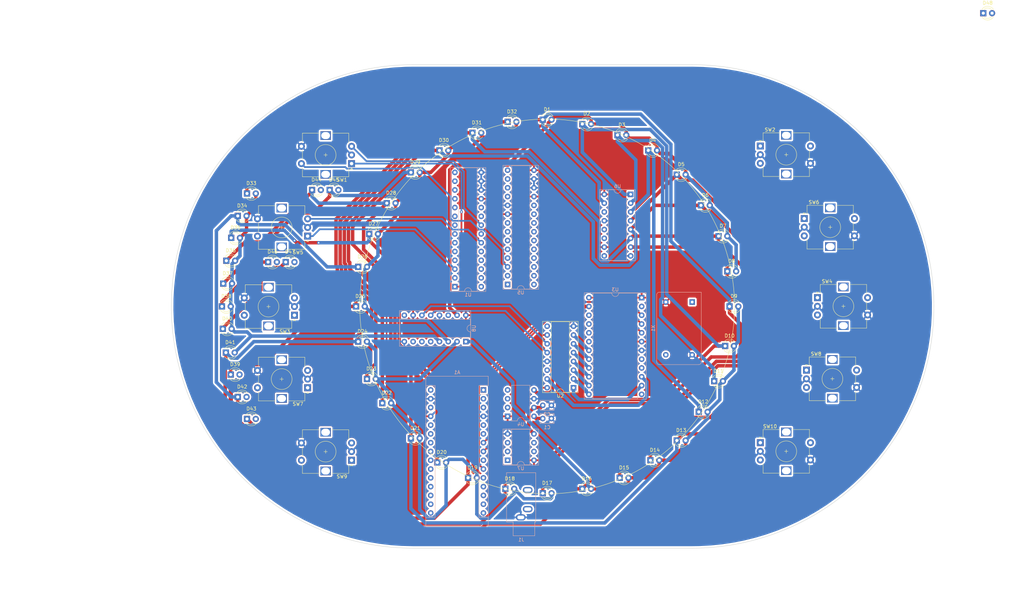
<source format=kicad_pcb>
(kicad_pcb (version 20171130) (host pcbnew "(5.1.4-0-10_14)")
  (layers (0 F.Cu signal) (31 B.Cu signal) (34 B.Paste user) (35 F.Paste user) (36 B.SilkS user) (37 F.SilkS user) (38 B.Mask user) (39 F.Mask user) (44 Edge.Cuts user))
  (net 0 "")
  (net 1 "Net-(A1-Pad16)")
  (net 2 "Net-(A1-Pad15)")
  (net 3 "Net-(A1-Pad30)")
  (net 4 "Net-(A1-Pad14)")
  (net 5 GND)
  (net 6 "Net-(A1-Pad13)")
  (net 7 "Net-(A1-Pad28)")
  (net 8 "Net-(A1-Pad12)")
  (net 9 +5V)
  (net 10 "Net-(A1-Pad11)")
  (net 11 "Net-(A1-Pad26)")
  (net 12 "Net-(A1-Pad10)")
  (net 13 "Net-(A1-Pad25)")
  (net 14 "Net-(A1-Pad9)")
  (net 15 "Net-(A1-Pad24)")
  (net 16 "Net-(A1-Pad8)")
  (net 17 "Net-(A1-Pad23)")
  (net 18 "Net-(A1-Pad7)")
  (net 19 "Net-(A1-Pad22)")
  (net 20 "Net-(A1-Pad6)")
  (net 21 "Net-(A1-Pad21)")
  (net 22 "Net-(A1-Pad5)")
  (net 23 "Net-(A1-Pad20)")
  (net 24 "Net-(A1-Pad19)")
  (net 25 "Net-(A1-Pad3)")
  (net 26 "Net-(A1-Pad18)")
  (net 27 "Net-(A1-Pad2)")
  (net 28 "Net-(A1-Pad17)")
  (net 29 "Net-(A1-Pad1)")
  (net 30 "Net-(U1-Pad14)")
  (net 31 "Net-(U1-Pad11)")
  (net 32 "Net-(U1-Pad19)")
  (net 33 "Net-(U2-Pad15)")
  (net 34 "Net-(U2-Pad7)")
  (net 35 "Net-(U2-Pad6)")
  (net 36 "Net-(U2-Pad5)")
  (net 37 "Net-(U2-Pad4)")
  (net 38 "Net-(U2-Pad3)")
  (net 39 "Net-(U2-Pad2)")
  (net 40 "Net-(U2-Pad9)")
  (net 41 "Net-(U2-Pad1)")
  (net 42 "Net-(U3-Pad24)")
  (net 43 "Net-(U3-Pad23)")
  (net 44 "Net-(U3-Pad21)")
  (net 45 "Net-(U3-Pad20)")
  (net 46 "Net-(U3-Pad2)")
  (net 47 "Net-(U4-Pad2)")
  (net 48 "Net-(X1-Pad1)")
  (net 49 "Net-(SW1-PadA)")
  (net 50 "Net-(SW1-PadB)")
  (net 51 "Net-(SW1-PadS1)")
  (net 52 "Net-(SW2-PadA)")
  (net 53 "Net-(SW2-PadB)")
  (net 54 "Net-(SW2-PadS1)")
  (net 55 "Net-(SW3-PadA)")
  (net 56 "Net-(SW3-PadB)")
  (net 57 "Net-(SW3-PadS1)")
  (net 58 "Net-(SW4-PadA)")
  (net 59 "Net-(SW4-PadB)")
  (net 60 "Net-(SW4-PadS1)")
  (net 61 "Net-(SW5-PadA)")
  (net 62 "Net-(SW5-PadB)")
  (net 63 "Net-(SW5-PadS1)")
  (net 64 "Net-(SW6-PadA)")
  (net 65 "Net-(SW6-PadB)")
  (net 66 "Net-(SW6-PadS1)")
  (net 67 "Net-(SW7-PadA)")
  (net 68 "Net-(SW7-PadB)")
  (net 69 "Net-(SW7-PadS1)")
  (net 70 "Net-(SW8-PadA)")
  (net 71 "Net-(SW8-PadB)")
  (net 72 "Net-(SW8-PadS1)")
  (net 73 "Net-(SW9-PadA)")
  (net 74 "Net-(SW9-PadB)")
  (net 75 "Net-(SW9-PadS1)")
  (net 76 "Net-(SW10-PadA)")
  (net 77 "Net-(SW10-PadB)")
  (net 78 "Net-(SW10-PadS1)")
  (net 79 "Net-(U5-Pad28)")
  (net 80 "Net-(U5-Pad14)")
  (net 81 "Net-(U5-Pad27)")
  (net 82 "Net-(U5-Pad26)")
  (net 83 "Net-(U5-Pad25)")
  (net 84 "Net-(U5-Pad11)")
  (net 85 "Net-(U5-Pad24)")
  (net 86 "Net-(U5-Pad23)")
  (net 87 "Net-(U5-Pad8)")
  (net 88 "Net-(U5-Pad7)")
  (net 89 "Net-(U5-Pad20)")
  (net 90 "Net-(U5-Pad6)")
  (net 91 "Net-(U5-Pad19)")
  (net 92 "Net-(U5-Pad5)")
  (net 93 "Net-(J1-PadR)")
  (net 94 "Net-(C1-Pad1)")
  (net 95 "Net-(C2-Pad1)")
  (net 96 "Net-(D1-Pad2)")
  (net 97 "Net-(D1-Pad1)")
  (net 98 "Net-(D10-Pad1)")
  (net 99 "Net-(D11-Pad1)")
  (net 100 "Net-(D12-Pad1)")
  (net 101 "Net-(D13-Pad1)")
  (net 102 "Net-(D14-Pad1)")
  (net 103 "Net-(D15-Pad1)")
  (net 104 "Net-(D16-Pad1)")
  (net 105 "Net-(D10-Pad2)")
  (net 106 "Net-(D17-Pad2)")
  (net 107 "Net-(D25-Pad2)")
  (net 108 "Net-(D33-Pad2)")
  (net 109 "Net-(D39-Pad2)")
  (net 110 "Net-(U6-Pad9)")
  (net 111 "Net-(U8-Pad7)")
  (net 112 "Net-(U8-Pad6)")
  (net 113 "Net-(U8-Pad9)")
  (net 114 "Net-(D42-Pad2)")
  (net 115 "Net-(D43-Pad2)")
  (net 116 "Net-(D44-Pad2)")
  (net 117 "Net-(D45-Pad2)")
  (net 118 "Net-(D46-Pad2)")
  (net 119 "Net-(D47-Pad2)")
  (net 120 "Net-(D48-Pad2)")
  (net 121 "Net-(U8-Pad5)")
  (module Rotary_Encoder:RotaryEncoder_Alps_EC12E-Switch_Vertical_H20mm (layer F.Cu) (at -44.45 -116.205 180)
    (fp_text reference SW1 (at 2.8 -4.7) (layer F.SilkS))
    (fp_text value Rotary_Encoder_Switch)
    (pad A thru_hole rect (at 0 0 180) (size 2 2) (drill 1) (layers *.Cu *.Mask) (net 49 "Net-(SW1-PadA)"))
    (pad C thru_hole circle (at 0 2.5 180) (size 2 2) (drill 1) (layers *.Cu *.Mask) (net 5 GND))
    (pad B thru_hole circle (at 0 5 180) (size 2 2) (drill 1) (layers *.Cu *.Mask) (net 50 "Net-(SW1-PadB)"))
    (pad MP thru_hole rect (at 7.5 -3.1 180) (size 3 2.5) (drill oval 2.5 2) (layers *.Cu *.Mask))
    (pad MP thru_hole rect (at 7.5 8.1 180) (size 3 2.5) (drill oval 2.5 2) (layers *.Cu *.Mask))
    (pad S1 thru_hole circle (at 14.5 0 180) (size 2 2) (drill 1) (layers *.Cu *.Mask) (net 51 "Net-(SW1-PadS1)"))
    (pad S2 thru_hole circle (at 14.5 5 180) (size 2 2) (drill 1) (layers *.Cu *.Mask) (net 5 GND))
  )
  (module Rotary_Encoder:RotaryEncoder_Alps_EC12E-Switch_Vertical_H20mm (layer F.Cu) (at 73.66 -121.285)
    (fp_text reference SW2 (at 2.8 -4.7) (layer F.SilkS))
    (fp_text value Rotary_Encoder_Switch)
    (pad A thru_hole rect (at 0 0) (size 2 2) (drill 1) (layers *.Cu *.Mask) (net 52 "Net-(SW2-PadA)"))
    (pad C thru_hole circle (at 0 2.5) (size 2 2) (drill 1) (layers *.Cu *.Mask) (net 5 GND))
    (pad B thru_hole circle (at 0 5) (size 2 2) (drill 1) (layers *.Cu *.Mask) (net 53 "Net-(SW2-PadB)"))
    (pad MP thru_hole rect (at 7.5 -3.1) (size 3 2.5) (drill oval 2.5 2) (layers *.Cu *.Mask))
    (pad MP thru_hole rect (at 7.5 8.1) (size 3 2.5) (drill oval 2.5 2) (layers *.Cu *.Mask))
    (pad S1 thru_hole circle (at 14.5 0) (size 2 2) (drill 1) (layers *.Cu *.Mask) (net 54 "Net-(SW2-PadS1)"))
    (pad S2 thru_hole circle (at 14.5 5) (size 2 2) (drill 1) (layers *.Cu *.Mask) (net 5 GND))
  )
  (module Rotary_Encoder:RotaryEncoder_Alps_EC12E-Switch_Vertical_H20mm (layer F.Cu) (at -60.96 -72.39 180)
    (fp_text reference SW3 (at 2.8 -4.7) (layer F.SilkS))
    (fp_text value Rotary_Encoder_Switch)
    (pad A thru_hole rect (at 0 0 180) (size 2 2) (drill 1) (layers *.Cu *.Mask) (net 55 "Net-(SW3-PadA)"))
    (pad C thru_hole circle (at 0 2.5 180) (size 2 2) (drill 1) (layers *.Cu *.Mask) (net 5 GND))
    (pad B thru_hole circle (at 0 5 180) (size 2 2) (drill 1) (layers *.Cu *.Mask) (net 56 "Net-(SW3-PadB)"))
    (pad MP thru_hole rect (at 7.5 -3.1 180) (size 3 2.5) (drill oval 2.5 2) (layers *.Cu *.Mask))
    (pad MP thru_hole rect (at 7.5 8.1 180) (size 3 2.5) (drill oval 2.5 2) (layers *.Cu *.Mask))
    (pad S1 thru_hole circle (at 14.5 0 180) (size 2 2) (drill 1) (layers *.Cu *.Mask) (net 57 "Net-(SW3-PadS1)"))
    (pad S2 thru_hole circle (at 14.5 5 180) (size 2 2) (drill 1) (layers *.Cu *.Mask) (net 5 GND))
  )
  (module Rotary_Encoder:RotaryEncoder_Alps_EC12E-Switch_Vertical_H20mm (layer F.Cu) (at 90.17 -77.47)
    (fp_text reference SW4 (at 2.8 -4.7) (layer F.SilkS))
    (fp_text value Rotary_Encoder_Switch)
    (pad A thru_hole rect (at 0 0) (size 2 2) (drill 1) (layers *.Cu *.Mask) (net 58 "Net-(SW4-PadA)"))
    (pad C thru_hole circle (at 0 2.5) (size 2 2) (drill 1) (layers *.Cu *.Mask) (net 5 GND))
    (pad B thru_hole circle (at 0 5) (size 2 2) (drill 1) (layers *.Cu *.Mask) (net 59 "Net-(SW4-PadB)"))
    (pad MP thru_hole rect (at 7.5 -3.1) (size 3 2.5) (drill oval 2.5 2) (layers *.Cu *.Mask))
    (pad MP thru_hole rect (at 7.5 8.1) (size 3 2.5) (drill oval 2.5 2) (layers *.Cu *.Mask))
    (pad S1 thru_hole circle (at 14.5 0) (size 2 2) (drill 1) (layers *.Cu *.Mask) (net 60 "Net-(SW4-PadS1)"))
    (pad S2 thru_hole circle (at 14.5 5) (size 2 2) (drill 1) (layers *.Cu *.Mask) (net 5 GND))
  )
  (module Rotary_Encoder:RotaryEncoder_Alps_EC12E-Switch_Vertical_H20mm (layer F.Cu) (at -57.15 -95.25 180)
    (fp_text reference SW5 (at 2.8 -4.7) (layer F.SilkS))
    (fp_text value Rotary_Encoder_Switch)
    (pad A thru_hole rect (at 0 0 180) (size 2 2) (drill 1) (layers *.Cu *.Mask) (net 61 "Net-(SW5-PadA)"))
    (pad C thru_hole circle (at 0 2.5 180) (size 2 2) (drill 1) (layers *.Cu *.Mask) (net 5 GND))
    (pad B thru_hole circle (at 0 5 180) (size 2 2) (drill 1) (layers *.Cu *.Mask) (net 62 "Net-(SW5-PadB)"))
    (pad MP thru_hole rect (at 7.5 -3.1 180) (size 3 2.5) (drill oval 2.5 2) (layers *.Cu *.Mask))
    (pad MP thru_hole rect (at 7.5 8.1 180) (size 3 2.5) (drill oval 2.5 2) (layers *.Cu *.Mask))
    (pad S1 thru_hole circle (at 14.5 0 180) (size 2 2) (drill 1) (layers *.Cu *.Mask) (net 63 "Net-(SW5-PadS1)"))
    (pad S2 thru_hole circle (at 14.5 5 180) (size 2 2) (drill 1) (layers *.Cu *.Mask) (net 5 GND))
  )
  (module Rotary_Encoder:RotaryEncoder_Alps_EC12E-Switch_Vertical_H20mm (layer F.Cu) (at 86.36 -100.33)
    (fp_text reference SW6 (at 2.8 -4.7) (layer F.SilkS))
    (fp_text value Rotary_Encoder_Switch)
    (pad A thru_hole rect (at 0 0) (size 2 2) (drill 1) (layers *.Cu *.Mask) (net 64 "Net-(SW6-PadA)"))
    (pad C thru_hole circle (at 0 2.5) (size 2 2) (drill 1) (layers *.Cu *.Mask) (net 5 GND))
    (pad B thru_hole circle (at 0 5) (size 2 2) (drill 1) (layers *.Cu *.Mask) (net 65 "Net-(SW6-PadB)"))
    (pad MP thru_hole rect (at 7.5 -3.1) (size 3 2.5) (drill oval 2.5 2) (layers *.Cu *.Mask))
    (pad MP thru_hole rect (at 7.5 8.1) (size 3 2.5) (drill oval 2.5 2) (layers *.Cu *.Mask))
    (pad S1 thru_hole circle (at 14.5 0) (size 2 2) (drill 1) (layers *.Cu *.Mask) (net 66 "Net-(SW6-PadS1)"))
    (pad S2 thru_hole circle (at 14.5 5) (size 2 2) (drill 1) (layers *.Cu *.Mask) (net 5 GND))
  )
  (module Rotary_Encoder:RotaryEncoder_Alps_EC12E-Switch_Vertical_H20mm (layer F.Cu) (at -57.15 -51.435 180)
    (fp_text reference SW7 (at 2.8 -4.7) (layer F.SilkS))
    (fp_text value Rotary_Encoder_Switch)
    (pad A thru_hole rect (at 0 0 180) (size 2 2) (drill 1) (layers *.Cu *.Mask) (net 67 "Net-(SW7-PadA)"))
    (pad C thru_hole circle (at 0 2.5 180) (size 2 2) (drill 1) (layers *.Cu *.Mask) (net 5 GND))
    (pad B thru_hole circle (at 0 5 180) (size 2 2) (drill 1) (layers *.Cu *.Mask) (net 68 "Net-(SW7-PadB)"))
    (pad MP thru_hole rect (at 7.5 -3.1 180) (size 3 2.5) (drill oval 2.5 2) (layers *.Cu *.Mask))
    (pad MP thru_hole rect (at 7.5 8.1 180) (size 3 2.5) (drill oval 2.5 2) (layers *.Cu *.Mask))
    (pad S1 thru_hole circle (at 14.5 0 180) (size 2 2) (drill 1) (layers *.Cu *.Mask) (net 69 "Net-(SW7-PadS1)"))
    (pad S2 thru_hole circle (at 14.5 5 180) (size 2 2) (drill 1) (layers *.Cu *.Mask) (net 5 GND))
  )
  (module Rotary_Encoder:RotaryEncoder_Alps_EC12E-Switch_Vertical_H20mm (layer F.Cu) (at 86.995 -56.515)
    (fp_text reference SW8 (at 2.8 -4.7) (layer F.SilkS))
    (fp_text value Rotary_Encoder_Switch)
    (pad A thru_hole rect (at 0 0) (size 2 2) (drill 1) (layers *.Cu *.Mask) (net 70 "Net-(SW8-PadA)"))
    (pad C thru_hole circle (at 0 2.5) (size 2 2) (drill 1) (layers *.Cu *.Mask) (net 5 GND))
    (pad B thru_hole circle (at 0 5) (size 2 2) (drill 1) (layers *.Cu *.Mask) (net 71 "Net-(SW8-PadB)"))
    (pad MP thru_hole rect (at 7.5 -3.1) (size 3 2.5) (drill oval 2.5 2) (layers *.Cu *.Mask))
    (pad MP thru_hole rect (at 7.5 8.1) (size 3 2.5) (drill oval 2.5 2) (layers *.Cu *.Mask))
    (pad S1 thru_hole circle (at 14.5 0) (size 2 2) (drill 1) (layers *.Cu *.Mask) (net 72 "Net-(SW8-PadS1)"))
    (pad S2 thru_hole circle (at 14.5 5) (size 2 2) (drill 1) (layers *.Cu *.Mask) (net 5 GND))
  )
  (module Rotary_Encoder:RotaryEncoder_Alps_EC12E-Switch_Vertical_H20mm (layer F.Cu) (at -44.45 -30.48 180)
    (fp_text reference SW9 (at 2.8 -4.7) (layer F.SilkS))
    (fp_text value Rotary_Encoder_Switch)
    (pad A thru_hole rect (at 0 0 180) (size 2 2) (drill 1) (layers *.Cu *.Mask) (net 73 "Net-(SW9-PadA)"))
    (pad C thru_hole circle (at 0 2.5 180) (size 2 2) (drill 1) (layers *.Cu *.Mask) (net 5 GND))
    (pad B thru_hole circle (at 0 5 180) (size 2 2) (drill 1) (layers *.Cu *.Mask) (net 74 "Net-(SW9-PadB)"))
    (pad MP thru_hole rect (at 7.5 -3.1 180) (size 3 2.5) (drill oval 2.5 2) (layers *.Cu *.Mask))
    (pad MP thru_hole rect (at 7.5 8.1 180) (size 3 2.5) (drill oval 2.5 2) (layers *.Cu *.Mask))
    (pad S1 thru_hole circle (at 14.5 0 180) (size 2 2) (drill 1) (layers *.Cu *.Mask) (net 75 "Net-(SW9-PadS1)"))
    (pad S2 thru_hole circle (at 14.5 5 180) (size 2 2) (drill 1) (layers *.Cu *.Mask) (net 5 GND))
  )
  (module Rotary_Encoder:RotaryEncoder_Alps_EC12E-Switch_Vertical_H20mm (layer F.Cu) (at 73.66 -35.56)
    (fp_text reference SW10 (at 2.8 -4.7) (layer F.SilkS))
    (fp_text value Rotary_Encoder_Switch)
    (pad A thru_hole rect (at 0 0) (size 2 2) (drill 1) (layers *.Cu *.Mask) (net 76 "Net-(SW10-PadA)"))
    (pad C thru_hole circle (at 0 2.5) (size 2 2) (drill 1) (layers *.Cu *.Mask) (net 5 GND))
    (pad B thru_hole circle (at 0 5) (size 2 2) (drill 1) (layers *.Cu *.Mask) (net 77 "Net-(SW10-PadB)"))
    (pad MP thru_hole rect (at 7.5 -3.1) (size 3 2.5) (drill oval 2.5 2) (layers *.Cu *.Mask))
    (pad MP thru_hole rect (at 7.5 8.1) (size 3 2.5) (drill oval 2.5 2) (layers *.Cu *.Mask))
    (pad S1 thru_hole circle (at 14.5 0) (size 2 2) (drill 1) (layers *.Cu *.Mask) (net 78 "Net-(SW10-PadS1)"))
    (pad S2 thru_hole circle (at 14.5 5) (size 2 2) (drill 1) (layers *.Cu *.Mask) (net 5 GND))
  )
  (module Package_DIP:DIP-28_W7.62mm_Socket (layer B.Cu) (at 0.635 -81.28)
    (fp_text reference U5 (at 3.81 2.33 180) (layer B.SilkS) (effects (justify mirror)))
    (fp_text value MCP23017_SP)
    (pad 28 thru_hole oval (at 7.62 0) (size 1.6 1.6) (drill 0.8) (layers *.Cu *.Mask) (net 79 "Net-(U5-Pad28)"))
    (pad 14 thru_hole oval (at 0 -33.02) (size 1.6 1.6) (drill 0.8) (layers *.Cu *.Mask) (net 80 "Net-(U5-Pad14)"))
    (pad 27 thru_hole oval (at 7.62 -2.54) (size 1.6 1.6) (drill 0.8) (layers *.Cu *.Mask) (net 81 "Net-(U5-Pad27)"))
    (pad 13 thru_hole oval (at 0 -30.48) (size 1.6 1.6) (drill 0.8) (layers *.Cu *.Mask) (net 17 "Net-(A1-Pad23)"))
    (pad 26 thru_hole oval (at 7.62 -5.08) (size 1.6 1.6) (drill 0.8) (layers *.Cu *.Mask) (net 82 "Net-(U5-Pad26)"))
    (pad 12 thru_hole oval (at 0 -27.94) (size 1.6 1.6) (drill 0.8) (layers *.Cu *.Mask) (net 15 "Net-(A1-Pad24)"))
    (pad 25 thru_hole oval (at 7.62 -7.62) (size 1.6 1.6) (drill 0.8) (layers *.Cu *.Mask) (net 83 "Net-(U5-Pad25)"))
    (pad 11 thru_hole oval (at 0 -25.4) (size 1.6 1.6) (drill 0.8) (layers *.Cu *.Mask) (net 84 "Net-(U5-Pad11)"))
    (pad 24 thru_hole oval (at 7.62 -10.16) (size 1.6 1.6) (drill 0.8) (layers *.Cu *.Mask) (net 85 "Net-(U5-Pad24)"))
    (pad 10 thru_hole oval (at 0 -22.86) (size 1.6 1.6) (drill 0.8) (layers *.Cu *.Mask) (net 5 GND))
    (pad 23 thru_hole oval (at 7.62 -12.7) (size 1.6 1.6) (drill 0.8) (layers *.Cu *.Mask) (net 86 "Net-(U5-Pad23)"))
    (pad 9 thru_hole oval (at 0 -20.32) (size 1.6 1.6) (drill 0.8) (layers *.Cu *.Mask) (net 9 +5V))
    (pad 22 thru_hole oval (at 7.62 -15.24) (size 1.6 1.6) (drill 0.8) (layers *.Cu *.Mask) (net 77 "Net-(SW10-PadB)"))
    (pad 8 thru_hole oval (at 0 -17.78) (size 1.6 1.6) (drill 0.8) (layers *.Cu *.Mask) (net 87 "Net-(U5-Pad8)"))
    (pad 21 thru_hole oval (at 7.62 -17.78) (size 1.6 1.6) (drill 0.8) (layers *.Cu *.Mask) (net 71 "Net-(SW8-PadB)"))
    (pad 7 thru_hole oval (at 0 -15.24) (size 1.6 1.6) (drill 0.8) (layers *.Cu *.Mask) (net 88 "Net-(U5-Pad7)"))
    (pad 20 thru_hole oval (at 7.62 -20.32) (size 1.6 1.6) (drill 0.8) (layers *.Cu *.Mask) (net 89 "Net-(U5-Pad20)"))
    (pad 6 thru_hole oval (at 0 -12.7) (size 1.6 1.6) (drill 0.8) (layers *.Cu *.Mask) (net 90 "Net-(U5-Pad6)"))
    (pad 19 thru_hole oval (at 7.62 -22.86) (size 1.6 1.6) (drill 0.8) (layers *.Cu *.Mask) (net 91 "Net-(U5-Pad19)"))
    (pad 5 thru_hole oval (at 0 -10.16) (size 1.6 1.6) (drill 0.8) (layers *.Cu *.Mask) (net 92 "Net-(U5-Pad5)"))
    (pad 18 thru_hole oval (at 7.62 -25.4) (size 1.6 1.6) (drill 0.8) (layers *.Cu *.Mask) (net 9 +5V))
    (pad 4 thru_hole oval (at 0 -7.62) (size 1.6 1.6) (drill 0.8) (layers *.Cu *.Mask) (net 57 "Net-(SW3-PadS1)"))
    (pad 17 thru_hole oval (at 7.62 -27.94) (size 1.6 1.6) (drill 0.8) (layers *.Cu *.Mask) (net 5 GND))
    (pad 3 thru_hole oval (at 0 -5.08) (size 1.6 1.6) (drill 0.8) (layers *.Cu *.Mask) (net 51 "Net-(SW1-PadS1)"))
    (pad 16 thru_hole oval (at 7.62 -30.48) (size 1.6 1.6) (drill 0.8) (layers *.Cu *.Mask) (net 5 GND))
    (pad 2 thru_hole oval (at 0 -2.54) (size 1.6 1.6) (drill 0.8) (layers *.Cu *.Mask) (net 76 "Net-(SW10-PadA)"))
    (pad 15 thru_hole oval (at 7.62 -33.02) (size 1.6 1.6) (drill 0.8) (layers *.Cu *.Mask) (net 9 +5V))
    (pad 1 thru_hole rect (at 0 0) (size 1.6 1.6) (drill 0.8) (layers *.Cu *.Mask) (net 70 "Net-(SW8-PadA)"))
  )
  (module Connector_Audio:Jack_3.5mm_CUI_SJ1-3533NG_Horizontal (layer B.Cu) (at 4.445 -13.97)
    (fp_text reference J1 (at 0.1 6.45) (layer B.SilkS) (effects (justify mirror)))
    (fp_text value AudioJack3)
    (pad R thru_hole oval (at 2 -7.9) (size 2.8 1.8) (drill oval 2 1) (layers *.Cu *.Mask) (net 93 "Net-(J1-PadR)"))
    (pad T thru_hole oval (at 2 -2.4) (size 2.8 1.8) (drill oval 2 1) (layers *.Cu *.Mask) (net 93 "Net-(J1-PadR)"))
    (pad S thru_hole oval (at 0 0) (size 2.8 1.8) (drill oval 2 1) (layers *.Cu *.Mask) (net 5 GND))
  )
  (module Package_DIP:DIP-8_W7.62mm_Socket (layer B.Cu) (at 0.635 -30.48)
    (fp_text reference U7 (at 3.81 2.33) (layer B.SilkS) (effects (justify mirror)))
    (fp_text value LM358)
    (pad 8 thru_hole oval (at 7.62 0) (size 1.6 1.6) (drill 0.8) (layers *.Cu *.Mask) (net 9 +5V))
    (pad 4 thru_hole oval (at 0 -7.62) (size 1.6 1.6) (drill 0.8) (layers *.Cu *.Mask) (net 5 GND))
    (pad 7 thru_hole oval (at 7.62 -2.54) (size 1.6 1.6) (drill 0.8) (layers *.Cu *.Mask) (net 94 "Net-(C1-Pad1)"))
    (pad 3 thru_hole oval (at 0 -5.08) (size 1.6 1.6) (drill 0.8) (layers *.Cu *.Mask) (net 47 "Net-(U4-Pad2)"))
    (pad 6 thru_hole oval (at 7.62 -5.08) (size 1.6 1.6) (drill 0.8) (layers *.Cu *.Mask) (net 94 "Net-(C1-Pad1)"))
    (pad 2 thru_hole oval (at 0 -2.54) (size 1.6 1.6) (drill 0.8) (layers *.Cu *.Mask) (net 93 "Net-(J1-PadR)"))
    (pad 5 thru_hole oval (at 7.62 -7.62) (size 1.6 1.6) (drill 0.8) (layers *.Cu *.Mask) (net 95 "Net-(C2-Pad1)"))
    (pad 1 thru_hole rect (at 0 0) (size 1.6 1.6) (drill 0.8) (layers *.Cu *.Mask) (net 93 "Net-(J1-PadR)"))
  )
  (module Capacitor_THT:C_Disc_D3.8mm_W2.6mm_P2.50mm (layer B.Cu) (at 10.795 -42.545)
    (fp_text reference C1 (at 1.25 2.55) (layer B.SilkS) (effects (justify mirror)))
    (fp_text value 10uF)
    (pad 2 thru_hole circle (at 2.5 0) (size 1.6 1.6) (drill 0.8) (layers *.Cu *.Mask) (net 5 GND))
    (pad 1 thru_hole circle (at 0 0) (size 1.6 1.6) (drill 0.8) (layers *.Cu *.Mask) (net 94 "Net-(C1-Pad1)"))
  )
  (module Capacitor_THT:C_Disc_D3.8mm_W2.6mm_P2.50mm (layer B.Cu) (at 10.795 -46.355)
    (fp_text reference C2 (at 1.25 2.55) (layer B.SilkS) (effects (justify mirror)))
    (fp_text value 10uF)
    (pad 2 thru_hole circle (at 2.5 0) (size 1.6 1.6) (drill 0.8) (layers *.Cu *.Mask) (net 5 GND))
    (pad 1 thru_hole circle (at 0 0) (size 1.6 1.6) (drill 0.8) (layers *.Cu *.Mask) (net 95 "Net-(C2-Pad1)"))
  )
  (module LED_THT:LED_D3.0mm (layer F.Cu) (at 64.135 -85.09)
    (fp_text reference D8 (at 1.27 -2.96) (layer F.SilkS))
    (fp_text value LED)
    (pad 2 thru_hole circle (at 2.54 0) (size 1.8 1.8) (drill 0.9) (layers *.Cu *.Mask) (net 96 "Net-(D1-Pad2)"))
    (pad 1 thru_hole rect (at 0 0) (size 1.8 1.8) (drill 0.9) (layers *.Cu *.Mask) (net 104 "Net-(D16-Pad1)"))
  )
  (module LED_THT:LED_D3.0mm (layer F.Cu) (at 64.77 -74.93)
    (fp_text reference D9 (at 1.27 -2.96) (layer F.SilkS))
    (fp_text value LED)
    (pad 2 thru_hole circle (at 2.54 0) (size 1.8 1.8) (drill 0.9) (layers *.Cu *.Mask) (net 105 "Net-(D10-Pad2)"))
    (pad 1 thru_hole rect (at 0 0) (size 1.8 1.8) (drill 0.9) (layers *.Cu *.Mask) (net 97 "Net-(D1-Pad1)"))
  )
  (module LED_THT:LED_D3.0mm (layer F.Cu) (at 63.5 -63.5)
    (fp_text reference D10 (at 1.27 -2.96) (layer F.SilkS))
    (fp_text value LED)
    (pad 2 thru_hole circle (at 2.54 0) (size 1.8 1.8) (drill 0.9) (layers *.Cu *.Mask) (net 105 "Net-(D10-Pad2)"))
    (pad 1 thru_hole rect (at 0 0) (size 1.8 1.8) (drill 0.9) (layers *.Cu *.Mask) (net 98 "Net-(D10-Pad1)"))
  )
  (module LED_THT:LED_D3.0mm (layer F.Cu) (at 60.325 -53.34)
    (fp_text reference D11 (at 1.27 -2.96) (layer F.SilkS))
    (fp_text value LED)
    (pad 2 thru_hole circle (at 2.54 0) (size 1.8 1.8) (drill 0.9) (layers *.Cu *.Mask) (net 105 "Net-(D10-Pad2)"))
    (pad 1 thru_hole rect (at 0 0) (size 1.8 1.8) (drill 0.9) (layers *.Cu *.Mask) (net 99 "Net-(D11-Pad1)"))
  )
  (module LED_THT:LED_D3.0mm (layer F.Cu) (at 55.88 -44.45)
    (fp_text reference D12 (at 1.27 -2.96) (layer F.SilkS))
    (fp_text value LED)
    (pad 2 thru_hole circle (at 2.54 0) (size 1.8 1.8) (drill 0.9) (layers *.Cu *.Mask) (net 105 "Net-(D10-Pad2)"))
    (pad 1 thru_hole rect (at 0 0) (size 1.8 1.8) (drill 0.9) (layers *.Cu *.Mask) (net 100 "Net-(D12-Pad1)"))
  )
  (module LED_THT:LED_D3.0mm (layer F.Cu) (at 10.795 -128.905)
    (fp_text reference D1 (at 1.27 -2.96) (layer F.SilkS))
    (fp_text value LED)
    (pad 2 thru_hole circle (at 2.54 0) (size 1.8 1.8) (drill 0.9) (layers *.Cu *.Mask) (net 96 "Net-(D1-Pad2)"))
    (pad 1 thru_hole rect (at 0 0) (size 1.8 1.8) (drill 0.9) (layers *.Cu *.Mask) (net 97 "Net-(D1-Pad1)"))
  )
  (module LED_THT:LED_D3.0mm (layer F.Cu) (at 22.225 -127.635)
    (fp_text reference D2 (at 1.27 -2.96) (layer F.SilkS))
    (fp_text value LED)
    (pad 2 thru_hole circle (at 2.54 0) (size 1.8 1.8) (drill 0.9) (layers *.Cu *.Mask) (net 96 "Net-(D1-Pad2)"))
    (pad 1 thru_hole rect (at 0 0) (size 1.8 1.8) (drill 0.9) (layers *.Cu *.Mask) (net 98 "Net-(D10-Pad1)"))
  )
  (module LED_THT:LED_D3.0mm (layer F.Cu) (at 32.385 -124.46)
    (fp_text reference D3 (at 1.27 -2.96) (layer F.SilkS))
    (fp_text value LED)
    (pad 2 thru_hole circle (at 2.54 0) (size 1.8 1.8) (drill 0.9) (layers *.Cu *.Mask) (net 96 "Net-(D1-Pad2)"))
    (pad 1 thru_hole rect (at 0 0) (size 1.8 1.8) (drill 0.9) (layers *.Cu *.Mask) (net 99 "Net-(D11-Pad1)"))
  )
  (module LED_THT:LED_D3.0mm (layer F.Cu) (at 41.275 -120.015)
    (fp_text reference D4 (at 1.27 -2.96) (layer F.SilkS))
    (fp_text value LED)
    (pad 2 thru_hole circle (at 2.54 0) (size 1.8 1.8) (drill 0.9) (layers *.Cu *.Mask) (net 96 "Net-(D1-Pad2)"))
    (pad 1 thru_hole rect (at 0 0) (size 1.8 1.8) (drill 0.9) (layers *.Cu *.Mask) (net 100 "Net-(D12-Pad1)"))
  )
  (module LED_THT:LED_D3.0mm (layer F.Cu) (at 49.53 -113.03)
    (fp_text reference D5 (at 1.27 -2.96) (layer F.SilkS))
    (fp_text value LED)
    (pad 2 thru_hole circle (at 2.54 0) (size 1.8 1.8) (drill 0.9) (layers *.Cu *.Mask) (net 96 "Net-(D1-Pad2)"))
    (pad 1 thru_hole rect (at 0 0) (size 1.8 1.8) (drill 0.9) (layers *.Cu *.Mask) (net 101 "Net-(D13-Pad1)"))
  )
  (module LED_THT:LED_D3.0mm (layer F.Cu) (at 56.515 -104.14)
    (fp_text reference D6 (at 1.27 -2.96) (layer F.SilkS))
    (fp_text value LED)
    (pad 2 thru_hole circle (at 2.54 0) (size 1.8 1.8) (drill 0.9) (layers *.Cu *.Mask) (net 96 "Net-(D1-Pad2)"))
    (pad 1 thru_hole rect (at 0 0) (size 1.8 1.8) (drill 0.9) (layers *.Cu *.Mask) (net 102 "Net-(D14-Pad1)"))
  )
  (module LED_THT:LED_D3.0mm (layer F.Cu) (at 61.595 -95.25)
    (fp_text reference D7 (at 1.27 -2.96) (layer F.SilkS))
    (fp_text value LED)
    (pad 2 thru_hole circle (at 2.54 0) (size 1.8 1.8) (drill 0.9) (layers *.Cu *.Mask) (net 96 "Net-(D1-Pad2)"))
    (pad 1 thru_hole rect (at 0 0) (size 1.8 1.8) (drill 0.9) (layers *.Cu *.Mask) (net 103 "Net-(D15-Pad1)"))
  )
  (module LED_THT:LED_D3.0mm (layer F.Cu) (at 49.53 -36.195)
    (fp_text reference D13 (at 1.27 -2.96) (layer F.SilkS))
    (fp_text value LED)
    (pad 2 thru_hole circle (at 2.54 0) (size 1.8 1.8) (drill 0.9) (layers *.Cu *.Mask) (net 105 "Net-(D10-Pad2)"))
    (pad 1 thru_hole rect (at 0 0) (size 1.8 1.8) (drill 0.9) (layers *.Cu *.Mask) (net 101 "Net-(D13-Pad1)"))
  )
  (module LED_THT:LED_D3.0mm (layer F.Cu) (at 41.91 -30.48)
    (fp_text reference D14 (at 1.27 -2.96) (layer F.SilkS))
    (fp_text value LED)
    (pad 2 thru_hole circle (at 2.54 0) (size 1.8 1.8) (drill 0.9) (layers *.Cu *.Mask) (net 105 "Net-(D10-Pad2)"))
    (pad 1 thru_hole rect (at 0 0) (size 1.8 1.8) (drill 0.9) (layers *.Cu *.Mask) (net 102 "Net-(D14-Pad1)"))
  )
  (module LED_THT:LED_D3.0mm (layer F.Cu) (at 33.02 -25.4)
    (fp_text reference D15 (at 1.27 -2.96) (layer F.SilkS))
    (fp_text value LED)
    (pad 2 thru_hole circle (at 2.54 0) (size 1.8 1.8) (drill 0.9) (layers *.Cu *.Mask) (net 105 "Net-(D10-Pad2)"))
    (pad 1 thru_hole rect (at 0 0) (size 1.8 1.8) (drill 0.9) (layers *.Cu *.Mask) (net 103 "Net-(D15-Pad1)"))
  )
  (module LED_THT:LED_D3.0mm (layer F.Cu) (at 22.225 -22.225)
    (fp_text reference D16 (at 1.27 -2.96) (layer F.SilkS))
    (fp_text value LED)
    (pad 2 thru_hole circle (at 2.54 0) (size 1.8 1.8) (drill 0.9) (layers *.Cu *.Mask) (net 105 "Net-(D10-Pad2)"))
    (pad 1 thru_hole rect (at 0 0) (size 1.8 1.8) (drill 0.9) (layers *.Cu *.Mask) (net 104 "Net-(D16-Pad1)"))
  )
  (module LED_THT:LED_D3.0mm (layer F.Cu) (at 10.795 -20.955)
    (fp_text reference D17 (at 1.27 -2.96) (layer F.SilkS))
    (fp_text value LED)
    (pad 2 thru_hole circle (at 2.54 0) (size 1.8 1.8) (drill 0.9) (layers *.Cu *.Mask) (net 106 "Net-(D17-Pad2)"))
    (pad 1 thru_hole rect (at 0 0) (size 1.8 1.8) (drill 0.9) (layers *.Cu *.Mask) (net 97 "Net-(D1-Pad1)"))
  )
  (module LED_THT:LED_D3.0mm (layer F.Cu) (at 0 -22.225)
    (fp_text reference D18 (at 1.27 -2.96) (layer F.SilkS))
    (fp_text value LED)
    (pad 2 thru_hole circle (at 2.54 0) (size 1.8 1.8) (drill 0.9) (layers *.Cu *.Mask) (net 106 "Net-(D17-Pad2)"))
    (pad 1 thru_hole rect (at 0 0) (size 1.8 1.8) (drill 0.9) (layers *.Cu *.Mask) (net 98 "Net-(D10-Pad1)"))
  )
  (module LED_THT:LED_D3.0mm (layer F.Cu) (at -10.795 -25.4)
    (fp_text reference D19 (at 1.27 -2.96) (layer F.SilkS))
    (fp_text value LED)
    (pad 2 thru_hole circle (at 2.54 0) (size 1.8 1.8) (drill 0.9) (layers *.Cu *.Mask) (net 106 "Net-(D17-Pad2)"))
    (pad 1 thru_hole rect (at 0 0) (size 1.8 1.8) (drill 0.9) (layers *.Cu *.Mask) (net 99 "Net-(D11-Pad1)"))
  )
  (module LED_THT:LED_D3.0mm (layer F.Cu) (at -19.685 -29.845)
    (fp_text reference D20 (at 1.27 -2.96) (layer F.SilkS))
    (fp_text value LED)
    (pad 2 thru_hole circle (at 2.54 0) (size 1.8 1.8) (drill 0.9) (layers *.Cu *.Mask) (net 106 "Net-(D17-Pad2)"))
    (pad 1 thru_hole rect (at 0 0) (size 1.8 1.8) (drill 0.9) (layers *.Cu *.Mask) (net 100 "Net-(D12-Pad1)"))
  )
  (module LED_THT:LED_D3.0mm (layer F.Cu) (at -27.305 -36.83)
    (fp_text reference D21 (at 1.27 -2.96) (layer F.SilkS))
    (fp_text value LED)
    (pad 2 thru_hole circle (at 2.54 0) (size 1.8 1.8) (drill 0.9) (layers *.Cu *.Mask) (net 106 "Net-(D17-Pad2)"))
    (pad 1 thru_hole rect (at 0 0) (size 1.8 1.8) (drill 0.9) (layers *.Cu *.Mask) (net 101 "Net-(D13-Pad1)"))
  )
  (module LED_THT:LED_D3.0mm (layer F.Cu) (at -35.56 -46.99)
    (fp_text reference D22 (at 1.27 -2.96) (layer F.SilkS))
    (fp_text value LED)
    (pad 2 thru_hole circle (at 2.54 0) (size 1.8 1.8) (drill 0.9) (layers *.Cu *.Mask) (net 106 "Net-(D17-Pad2)"))
    (pad 1 thru_hole rect (at 0 0) (size 1.8 1.8) (drill 0.9) (layers *.Cu *.Mask) (net 102 "Net-(D14-Pad1)"))
  )
  (module LED_THT:LED_D3.0mm (layer F.Cu) (at -40.005 -53.975)
    (fp_text reference D23 (at 1.27 -2.96) (layer F.SilkS))
    (fp_text value LED)
    (pad 2 thru_hole circle (at 2.54 0) (size 1.8 1.8) (drill 0.9) (layers *.Cu *.Mask) (net 106 "Net-(D17-Pad2)"))
    (pad 1 thru_hole rect (at 0 0) (size 1.8 1.8) (drill 0.9) (layers *.Cu *.Mask) (net 103 "Net-(D15-Pad1)"))
  )
  (module LED_THT:LED_D3.0mm (layer F.Cu) (at -42.545 -64.77)
    (fp_text reference D24 (at 1.27 -2.96) (layer F.SilkS))
    (fp_text value LED)
    (pad 2 thru_hole circle (at 2.54 0) (size 1.8 1.8) (drill 0.9) (layers *.Cu *.Mask) (net 106 "Net-(D17-Pad2)"))
    (pad 1 thru_hole rect (at 0 0) (size 1.8 1.8) (drill 0.9) (layers *.Cu *.Mask) (net 104 "Net-(D16-Pad1)"))
  )
  (module Package_DIP:DIP-8_W7.62mm (layer B.Cu) (at 0.635 -43.18)
    (fp_text reference U4 (at 3.81 2.33) (layer B.SilkS) (effects (justify mirror)))
    (fp_text value YM3014B)
    (pad 8 thru_hole oval (at 7.62 0) (size 1.6 1.6) (drill 0.8) (layers *.Cu *.Mask) (net 94 "Net-(C1-Pad1)"))
    (pad 4 thru_hole oval (at 0 -7.62) (size 1.6 1.6) (drill 0.8) (layers *.Cu *.Mask) (net 44 "Net-(U3-Pad21)"))
    (pad 7 thru_hole oval (at 7.62 -2.54) (size 1.6 1.6) (drill 0.8) (layers *.Cu *.Mask) (net 95 "Net-(C2-Pad1)"))
    (pad 3 thru_hole oval (at 0 -5.08) (size 1.6 1.6) (drill 0.8) (layers *.Cu *.Mask) (net 45 "Net-(U3-Pad20)"))
    (pad 6 thru_hole oval (at 7.62 -5.08) (size 1.6 1.6) (drill 0.8) (layers *.Cu *.Mask) (net 5 GND))
    (pad 2 thru_hole oval (at 0 -2.54) (size 1.6 1.6) (drill 0.8) (layers *.Cu *.Mask) (net 47 "Net-(U4-Pad2)"))
    (pad 5 thru_hole oval (at 7.62 -7.62) (size 1.6 1.6) (drill 0.8) (layers *.Cu *.Mask) (net 43 "Net-(U3-Pad23)"))
    (pad 1 thru_hole rect (at 0 0) (size 1.6 1.6) (drill 0.8) (layers *.Cu *.Mask) (net 9 +5V))
  )
  (module Oscillator:Oscillator_DIP-14 (layer B.Cu) (at 53.975 -76.2 270)
    (fp_text reference X1 (at 7.62 11.26 90) (layer B.SilkS) (effects (justify mirror)))
    (fp_text value GTXO-14T)
    (pad 7 thru_hole circle (at 15.24 0 270) (size 1.6 1.6) (drill 0.8) (layers *.Cu *.Mask) (net 5 GND))
    (pad 8 thru_hole circle (at 15.24 7.62 270) (size 1.6 1.6) (drill 0.8) (layers *.Cu *.Mask) (net 42 "Net-(U3-Pad24)"))
    (pad 14 thru_hole circle (at 0 7.62 270) (size 1.6 1.6) (drill 0.8) (layers *.Cu *.Mask) (net 9 +5V))
    (pad 1 thru_hole rect (at 0 0 270) (size 1.6 1.6) (drill 0.8) (layers *.Cu *.Mask) (net 48 "Net-(X1-Pad1)"))
  )
  (module LED_THT:LED_D3.0mm (layer F.Cu) (at -19.05 -120.015)
    (fp_text reference D30 (at 1.27 -2.96) (layer F.SilkS))
    (fp_text value LED)
    (pad 2 thru_hole circle (at 2.54 0) (size 1.8 1.8) (drill 0.9) (layers *.Cu *.Mask) (net 107 "Net-(D25-Pad2)"))
    (pad 1 thru_hole rect (at 0 0) (size 1.8 1.8) (drill 0.9) (layers *.Cu *.Mask) (net 102 "Net-(D14-Pad1)"))
  )
  (module Module:Arduino_Nano (layer B.Cu) (at -6.35 -50.8 180)
    (fp_text reference A1 (at 7.62 5.08) (layer B.SilkS) (effects (justify mirror)))
    (fp_text value Arduino_Nano_v3.x)
    (pad 16 thru_hole oval (at 15.24 -35.56 180) (size 1.6 1.6) (drill 0.8) (layers *.Cu *.Mask) (net 1 "Net-(A1-Pad16)"))
    (pad 15 thru_hole oval (at 0 -35.56 180) (size 1.6 1.6) (drill 0.8) (layers *.Cu *.Mask) (net 2 "Net-(A1-Pad15)"))
    (pad 30 thru_hole oval (at 15.24 0 180) (size 1.6 1.6) (drill 0.8) (layers *.Cu *.Mask) (net 3 "Net-(A1-Pad30)"))
    (pad 14 thru_hole oval (at 0 -33.02 180) (size 1.6 1.6) (drill 0.8) (layers *.Cu *.Mask) (net 4 "Net-(A1-Pad14)"))
    (pad 29 thru_hole oval (at 15.24 -2.54 180) (size 1.6 1.6) (drill 0.8) (layers *.Cu *.Mask) (net 5 GND))
    (pad 13 thru_hole oval (at 0 -30.48 180) (size 1.6 1.6) (drill 0.8) (layers *.Cu *.Mask) (net 6 "Net-(A1-Pad13)"))
    (pad 28 thru_hole oval (at 15.24 -5.08 180) (size 1.6 1.6) (drill 0.8) (layers *.Cu *.Mask) (net 7 "Net-(A1-Pad28)"))
    (pad 12 thru_hole oval (at 0 -27.94 180) (size 1.6 1.6) (drill 0.8) (layers *.Cu *.Mask) (net 8 "Net-(A1-Pad12)"))
    (pad 27 thru_hole oval (at 15.24 -7.62 180) (size 1.6 1.6) (drill 0.8) (layers *.Cu *.Mask) (net 9 +5V))
    (pad 11 thru_hole oval (at 0 -25.4 180) (size 1.6 1.6) (drill 0.8) (layers *.Cu *.Mask) (net 10 "Net-(A1-Pad11)"))
    (pad 26 thru_hole oval (at 15.24 -10.16 180) (size 1.6 1.6) (drill 0.8) (layers *.Cu *.Mask) (net 11 "Net-(A1-Pad26)"))
    (pad 10 thru_hole oval (at 0 -22.86 180) (size 1.6 1.6) (drill 0.8) (layers *.Cu *.Mask) (net 12 "Net-(A1-Pad10)"))
    (pad 25 thru_hole oval (at 15.24 -12.7 180) (size 1.6 1.6) (drill 0.8) (layers *.Cu *.Mask) (net 13 "Net-(A1-Pad25)"))
    (pad 9 thru_hole oval (at 0 -20.32 180) (size 1.6 1.6) (drill 0.8) (layers *.Cu *.Mask) (net 14 "Net-(A1-Pad9)"))
    (pad 24 thru_hole oval (at 15.24 -15.24 180) (size 1.6 1.6) (drill 0.8) (layers *.Cu *.Mask) (net 15 "Net-(A1-Pad24)"))
    (pad 8 thru_hole oval (at 0 -17.78 180) (size 1.6 1.6) (drill 0.8) (layers *.Cu *.Mask) (net 16 "Net-(A1-Pad8)"))
    (pad 23 thru_hole oval (at 15.24 -17.78 180) (size 1.6 1.6) (drill 0.8) (layers *.Cu *.Mask) (net 17 "Net-(A1-Pad23)"))
    (pad 7 thru_hole oval (at 0 -15.24 180) (size 1.6 1.6) (drill 0.8) (layers *.Cu *.Mask) (net 18 "Net-(A1-Pad7)"))
    (pad 22 thru_hole oval (at 15.24 -20.32 180) (size 1.6 1.6) (drill 0.8) (layers *.Cu *.Mask) (net 19 "Net-(A1-Pad22)"))
    (pad 6 thru_hole oval (at 0 -12.7 180) (size 1.6 1.6) (drill 0.8) (layers *.Cu *.Mask) (net 20 "Net-(A1-Pad6)"))
    (pad 21 thru_hole oval (at 15.24 -22.86 180) (size 1.6 1.6) (drill 0.8) (layers *.Cu *.Mask) (net 21 "Net-(A1-Pad21)"))
    (pad 5 thru_hole oval (at 0 -10.16 180) (size 1.6 1.6) (drill 0.8) (layers *.Cu *.Mask) (net 22 "Net-(A1-Pad5)"))
    (pad 20 thru_hole oval (at 15.24 -25.4 180) (size 1.6 1.6) (drill 0.8) (layers *.Cu *.Mask) (net 23 "Net-(A1-Pad20)"))
    (pad 4 thru_hole oval (at 0 -7.62 180) (size 1.6 1.6) (drill 0.8) (layers *.Cu *.Mask) (net 5 GND))
    (pad 19 thru_hole oval (at 15.24 -27.94 180) (size 1.6 1.6) (drill 0.8) (layers *.Cu *.Mask) (net 24 "Net-(A1-Pad19)"))
    (pad 3 thru_hole oval (at 0 -5.08 180) (size 1.6 1.6) (drill 0.8) (layers *.Cu *.Mask) (net 25 "Net-(A1-Pad3)"))
    (pad 18 thru_hole oval (at 15.24 -30.48 180) (size 1.6 1.6) (drill 0.8) (layers *.Cu *.Mask) (net 26 "Net-(A1-Pad18)"))
    (pad 2 thru_hole oval (at 0 -2.54 180) (size 1.6 1.6) (drill 0.8) (layers *.Cu *.Mask) (net 27 "Net-(A1-Pad2)"))
    (pad 17 thru_hole oval (at 15.24 -33.02 180) (size 1.6 1.6) (drill 0.8) (layers *.Cu *.Mask) (net 28 "Net-(A1-Pad17)"))
    (pad 1 thru_hole rect (at 0 0 180) (size 1.6 1.6) (drill 0.8) (layers *.Cu *.Mask) (net 29 "Net-(A1-Pad1)"))
  )
  (module Package_DIP:DIP-28_W7.62mm_Socket (layer B.Cu) (at -14.605 -80.645)
    (fp_text reference U1 (at 3.81 2.33 180) (layer B.SilkS) (effects (justify mirror)))
    (fp_text value MCP23017_SP)
    (pad 28 thru_hole oval (at 7.62 0) (size 1.6 1.6) (drill 0.8) (layers *.Cu *.Mask) (net 65 "Net-(SW6-PadB)"))
    (pad 14 thru_hole oval (at 0 -33.02) (size 1.6 1.6) (drill 0.8) (layers *.Cu *.Mask) (net 30 "Net-(U1-Pad14)"))
    (pad 27 thru_hole oval (at 7.62 -2.54) (size 1.6 1.6) (drill 0.8) (layers *.Cu *.Mask) (net 59 "Net-(SW4-PadB)"))
    (pad 13 thru_hole oval (at 0 -30.48) (size 1.6 1.6) (drill 0.8) (layers *.Cu *.Mask) (net 17 "Net-(A1-Pad23)"))
    (pad 26 thru_hole oval (at 7.62 -5.08) (size 1.6 1.6) (drill 0.8) (layers *.Cu *.Mask) (net 53 "Net-(SW2-PadB)"))
    (pad 12 thru_hole oval (at 0 -27.94) (size 1.6 1.6) (drill 0.8) (layers *.Cu *.Mask) (net 15 "Net-(A1-Pad24)"))
    (pad 25 thru_hole oval (at 7.62 -7.62) (size 1.6 1.6) (drill 0.8) (layers *.Cu *.Mask) (net 74 "Net-(SW9-PadB)"))
    (pad 11 thru_hole oval (at 0 -25.4) (size 1.6 1.6) (drill 0.8) (layers *.Cu *.Mask) (net 31 "Net-(U1-Pad11)"))
    (pad 24 thru_hole oval (at 7.62 -10.16) (size 1.6 1.6) (drill 0.8) (layers *.Cu *.Mask) (net 68 "Net-(SW7-PadB)"))
    (pad 10 thru_hole oval (at 0 -22.86) (size 1.6 1.6) (drill 0.8) (layers *.Cu *.Mask) (net 5 GND))
    (pad 23 thru_hole oval (at 7.62 -12.7) (size 1.6 1.6) (drill 0.8) (layers *.Cu *.Mask) (net 62 "Net-(SW5-PadB)"))
    (pad 9 thru_hole oval (at 0 -20.32) (size 1.6 1.6) (drill 0.8) (layers *.Cu *.Mask) (net 9 +5V))
    (pad 22 thru_hole oval (at 7.62 -15.24) (size 1.6 1.6) (drill 0.8) (layers *.Cu *.Mask) (net 56 "Net-(SW3-PadB)"))
    (pad 8 thru_hole oval (at 0 -17.78) (size 1.6 1.6) (drill 0.8) (layers *.Cu *.Mask) (net 64 "Net-(SW6-PadA)"))
    (pad 21 thru_hole oval (at 7.62 -17.78) (size 1.6 1.6) (drill 0.8) (layers *.Cu *.Mask) (net 50 "Net-(SW1-PadB)"))
    (pad 7 thru_hole oval (at 0 -15.24) (size 1.6 1.6) (drill 0.8) (layers *.Cu *.Mask) (net 58 "Net-(SW4-PadA)"))
    (pad 20 thru_hole oval (at 7.62 -20.32) (size 1.6 1.6) (drill 0.8) (layers *.Cu *.Mask) (net 20 "Net-(A1-Pad6)"))
    (pad 6 thru_hole oval (at 0 -12.7) (size 1.6 1.6) (drill 0.8) (layers *.Cu *.Mask) (net 52 "Net-(SW2-PadA)"))
    (pad 19 thru_hole oval (at 7.62 -22.86) (size 1.6 1.6) (drill 0.8) (layers *.Cu *.Mask) (net 32 "Net-(U1-Pad19)"))
    (pad 5 thru_hole oval (at 0 -10.16) (size 1.6 1.6) (drill 0.8) (layers *.Cu *.Mask) (net 73 "Net-(SW9-PadA)"))
    (pad 18 thru_hole oval (at 7.62 -25.4) (size 1.6 1.6) (drill 0.8) (layers *.Cu *.Mask) (net 9 +5V))
    (pad 4 thru_hole oval (at 0 -7.62) (size 1.6 1.6) (drill 0.8) (layers *.Cu *.Mask) (net 67 "Net-(SW7-PadA)"))
    (pad 17 thru_hole oval (at 7.62 -27.94) (size 1.6 1.6) (drill 0.8) (layers *.Cu *.Mask) (net 5 GND))
    (pad 3 thru_hole oval (at 0 -5.08) (size 1.6 1.6) (drill 0.8) (layers *.Cu *.Mask) (net 61 "Net-(SW5-PadA)"))
    (pad 16 thru_hole oval (at 7.62 -30.48) (size 1.6 1.6) (drill 0.8) (layers *.Cu *.Mask) (net 5 GND))
    (pad 2 thru_hole oval (at 0 -2.54) (size 1.6 1.6) (drill 0.8) (layers *.Cu *.Mask) (net 55 "Net-(SW3-PadA)"))
    (pad 15 thru_hole oval (at 7.62 -33.02) (size 1.6 1.6) (drill 0.8) (layers *.Cu *.Mask) (net 5 GND))
    (pad 1 thru_hole rect (at 0 0) (size 1.6 1.6) (drill 0.8) (layers *.Cu *.Mask) (net 49 "Net-(SW1-PadA)"))
  )
  (module Package_DIP:DIP-16_W7.62mm_Socket (layer F.Cu) (at 19.685 -51.435 180)
    (fp_text reference U2 (at 3.81 -2.33 180) (layer F.SilkS))
    (fp_text value 74HC595)
    (pad 16 thru_hole oval (at 7.62 0 180) (size 1.6 1.6) (drill 0.8) (layers *.Cu *.Mask) (net 9 +5V))
    (pad 8 thru_hole oval (at 0 17.78 180) (size 1.6 1.6) (drill 0.8) (layers *.Cu *.Mask) (net 5 GND))
    (pad 15 thru_hole oval (at 7.62 2.54 180) (size 1.6 1.6) (drill 0.8) (layers *.Cu *.Mask) (net 33 "Net-(U2-Pad15)"))
    (pad 7 thru_hole oval (at 0 15.24 180) (size 1.6 1.6) (drill 0.8) (layers *.Cu *.Mask) (net 34 "Net-(U2-Pad7)"))
    (pad 14 thru_hole oval (at 7.62 5.08 180) (size 1.6 1.6) (drill 0.8) (layers *.Cu *.Mask) (net 4 "Net-(A1-Pad14)"))
    (pad 6 thru_hole oval (at 0 12.7 180) (size 1.6 1.6) (drill 0.8) (layers *.Cu *.Mask) (net 35 "Net-(U2-Pad6)"))
    (pad 13 thru_hole oval (at 7.62 7.62 180) (size 1.6 1.6) (drill 0.8) (layers *.Cu *.Mask) (net 5 GND))
    (pad 5 thru_hole oval (at 0 10.16 180) (size 1.6 1.6) (drill 0.8) (layers *.Cu *.Mask) (net 36 "Net-(U2-Pad5)"))
    (pad 12 thru_hole oval (at 7.62 10.16 180) (size 1.6 1.6) (drill 0.8) (layers *.Cu *.Mask) (net 14 "Net-(A1-Pad9)"))
    (pad 4 thru_hole oval (at 0 7.62 180) (size 1.6 1.6) (drill 0.8) (layers *.Cu *.Mask) (net 37 "Net-(U2-Pad4)"))
    (pad 11 thru_hole oval (at 7.62 12.7 180) (size 1.6 1.6) (drill 0.8) (layers *.Cu *.Mask) (net 1 "Net-(A1-Pad16)"))
    (pad 3 thru_hole oval (at 0 5.08 180) (size 1.6 1.6) (drill 0.8) (layers *.Cu *.Mask) (net 38 "Net-(U2-Pad3)"))
    (pad 10 thru_hole oval (at 7.62 15.24 180) (size 1.6 1.6) (drill 0.8) (layers *.Cu *.Mask) (net 9 +5V))
    (pad 2 thru_hole oval (at 0 2.54 180) (size 1.6 1.6) (drill 0.8) (layers *.Cu *.Mask) (net 39 "Net-(U2-Pad2)"))
    (pad 9 thru_hole oval (at 7.62 17.78 180) (size 1.6 1.6) (drill 0.8) (layers *.Cu *.Mask) (net 40 "Net-(U2-Pad9)"))
    (pad 1 thru_hole rect (at 0 0 180) (size 1.6 1.6) (drill 0.8) (layers *.Cu *.Mask) (net 41 "Net-(U2-Pad1)"))
  )
  (module Package_DIP:DIP-24_W15.24mm_Socket (layer B.Cu) (at 39.37 -77.47 180)
    (fp_text reference U3 (at 7.62 2.33) (layer B.SilkS) (effects (justify mirror)))
    (fp_text value YM3812)
    (pad 24 thru_hole oval (at 15.24 0 180) (size 1.6 1.6) (drill 0.8) (layers *.Cu *.Mask) (net 42 "Net-(U3-Pad24)"))
    (pad 12 thru_hole oval (at 0 -27.94 180) (size 1.6 1.6) (drill 0.8) (layers *.Cu *.Mask) (net 5 GND))
    (pad 23 thru_hole oval (at 15.24 -2.54 180) (size 1.6 1.6) (drill 0.8) (layers *.Cu *.Mask) (net 43 "Net-(U3-Pad23)"))
    (pad 11 thru_hole oval (at 0 -25.4 180) (size 1.6 1.6) (drill 0.8) (layers *.Cu *.Mask) (net 41 "Net-(U2-Pad1)"))
    (pad 22 thru_hole oval (at 15.24 -5.08 180) (size 1.6 1.6) (drill 0.8) (layers *.Cu *.Mask))
    (pad 10 thru_hole oval (at 0 -22.86 180) (size 1.6 1.6) (drill 0.8) (layers *.Cu *.Mask) (net 33 "Net-(U2-Pad15)"))
    (pad 21 thru_hole oval (at 15.24 -7.62 180) (size 1.6 1.6) (drill 0.8) (layers *.Cu *.Mask) (net 44 "Net-(U3-Pad21)"))
    (pad 9 thru_hole oval (at 0 -20.32 180) (size 1.6 1.6) (drill 0.8) (layers *.Cu *.Mask))
    (pad 20 thru_hole oval (at 15.24 -10.16 180) (size 1.6 1.6) (drill 0.8) (layers *.Cu *.Mask) (net 45 "Net-(U3-Pad20)"))
    (pad 8 thru_hole oval (at 0 -17.78 180) (size 1.6 1.6) (drill 0.8) (layers *.Cu *.Mask))
    (pad 19 thru_hole oval (at 15.24 -12.7 180) (size 1.6 1.6) (drill 0.8) (layers *.Cu *.Mask))
    (pad 7 thru_hole oval (at 0 -15.24 180) (size 1.6 1.6) (drill 0.8) (layers *.Cu *.Mask) (net 5 GND))
    (pad 18 thru_hole oval (at 15.24 -15.24 180) (size 1.6 1.6) (drill 0.8) (layers *.Cu *.Mask) (net 34 "Net-(U2-Pad7)"))
    (pad 6 thru_hole oval (at 0 -12.7 180) (size 1.6 1.6) (drill 0.8) (layers *.Cu *.Mask) (net 9 +5V))
    (pad 17 thru_hole oval (at 15.24 -17.78 180) (size 1.6 1.6) (drill 0.8) (layers *.Cu *.Mask) (net 35 "Net-(U2-Pad6)"))
    (pad 5 thru_hole oval (at 0 -10.16 180) (size 1.6 1.6) (drill 0.8) (layers *.Cu *.Mask) (net 16 "Net-(A1-Pad8)"))
    (pad 16 thru_hole oval (at 15.24 -20.32 180) (size 1.6 1.6) (drill 0.8) (layers *.Cu *.Mask) (net 36 "Net-(U2-Pad5)"))
    (pad 4 thru_hole oval (at 0 -7.62 180) (size 1.6 1.6) (drill 0.8) (layers *.Cu *.Mask) (net 18 "Net-(A1-Pad7)"))
    (pad 15 thru_hole oval (at 15.24 -22.86 180) (size 1.6 1.6) (drill 0.8) (layers *.Cu *.Mask) (net 37 "Net-(U2-Pad4)"))
    (pad 3 thru_hole oval (at 0 -5.08 180) (size 1.6 1.6) (drill 0.8) (layers *.Cu *.Mask) (net 12 "Net-(A1-Pad10)"))
    (pad 14 thru_hole oval (at 15.24 -25.4 180) (size 1.6 1.6) (drill 0.8) (layers *.Cu *.Mask) (net 38 "Net-(U2-Pad3)"))
    (pad 2 thru_hole oval (at 0 -2.54 180) (size 1.6 1.6) (drill 0.8) (layers *.Cu *.Mask) (net 46 "Net-(U3-Pad2)"))
    (pad 13 thru_hole oval (at 15.24 -27.94 180) (size 1.6 1.6) (drill 0.8) (layers *.Cu *.Mask) (net 39 "Net-(U2-Pad2)"))
    (pad 1 thru_hole rect (at 0 0 180) (size 1.6 1.6) (drill 0.8) (layers *.Cu *.Mask) (net 9 +5V))
  )
  (module LED_THT:LED_D3.0mm (layer F.Cu) (at -42.545 -86.36)
    (fp_text reference D26 (at 1.27 -2.96) (layer F.SilkS))
    (fp_text value LED)
    (pad 2 thru_hole circle (at 2.54 0) (size 1.8 1.8) (drill 0.9) (layers *.Cu *.Mask) (net 107 "Net-(D25-Pad2)"))
    (pad 1 thru_hole rect (at 0 0) (size 1.8 1.8) (drill 0.9) (layers *.Cu *.Mask) (net 98 "Net-(D10-Pad1)"))
  )
  (module LED_THT:LED_D3.0mm (layer F.Cu) (at -39.37 -95.885)
    (fp_text reference D27 (at 1.27 -2.96) (layer F.SilkS))
    (fp_text value LED)
    (pad 2 thru_hole circle (at 2.54 0) (size 1.8 1.8) (drill 0.9) (layers *.Cu *.Mask) (net 107 "Net-(D25-Pad2)"))
    (pad 1 thru_hole rect (at 0 0) (size 1.8 1.8) (drill 0.9) (layers *.Cu *.Mask) (net 99 "Net-(D11-Pad1)"))
  )
  (module LED_THT:LED_D3.0mm (layer F.Cu) (at -43.18 -74.93)
    (fp_text reference D25 (at 1.27 -2.96) (layer F.SilkS))
    (fp_text value LED)
    (pad 2 thru_hole circle (at 2.54 0) (size 1.8 1.8) (drill 0.9) (layers *.Cu *.Mask) (net 107 "Net-(D25-Pad2)"))
    (pad 1 thru_hole rect (at 0 0) (size 1.8 1.8) (drill 0.9) (layers *.Cu *.Mask) (net 97 "Net-(D1-Pad1)"))
  )
  (module LED_THT:LED_D3.0mm (layer F.Cu) (at -27.305 -113.665)
    (fp_text reference D29 (at 1.27 -2.96) (layer F.SilkS))
    (fp_text value LED)
    (pad 2 thru_hole circle (at 2.54 0) (size 1.8 1.8) (drill 0.9) (layers *.Cu *.Mask) (net 107 "Net-(D25-Pad2)"))
    (pad 1 thru_hole rect (at 0 0) (size 1.8 1.8) (drill 0.9) (layers *.Cu *.Mask) (net 101 "Net-(D13-Pad1)"))
  )
  (module LED_THT:LED_D3.0mm (layer F.Cu) (at -34.29 -104.775)
    (fp_text reference D28 (at 1.27 -2.96) (layer F.SilkS))
    (fp_text value LED)
    (pad 2 thru_hole circle (at 2.54 0) (size 1.8 1.8) (drill 0.9) (layers *.Cu *.Mask) (net 107 "Net-(D25-Pad2)"))
    (pad 1 thru_hole rect (at 0 0) (size 1.8 1.8) (drill 0.9) (layers *.Cu *.Mask) (net 100 "Net-(D12-Pad1)"))
  )
  (module LED_THT:LED_D3.0mm (layer F.Cu) (at -9.525 -125.095)
    (fp_text reference D31 (at 1.27 -2.96) (layer F.SilkS))
    (fp_text value LED)
    (pad 2 thru_hole circle (at 2.54 0) (size 1.8 1.8) (drill 0.9) (layers *.Cu *.Mask) (net 107 "Net-(D25-Pad2)"))
    (pad 1 thru_hole rect (at 0 0) (size 1.8 1.8) (drill 0.9) (layers *.Cu *.Mask) (net 103 "Net-(D15-Pad1)"))
  )
  (module LED_THT:LED_D3.0mm (layer F.Cu) (at 0.635 -128.27)
    (fp_text reference D32 (at 1.27 -2.96) (layer F.SilkS))
    (fp_text value LED)
    (pad 2 thru_hole circle (at 2.54 0) (size 1.8 1.8) (drill 0.9) (layers *.Cu *.Mask) (net 107 "Net-(D25-Pad2)"))
    (pad 1 thru_hole rect (at 0 0) (size 1.8 1.8) (drill 0.9) (layers *.Cu *.Mask) (net 104 "Net-(D16-Pad1)"))
  )
  (module LED_THT:LED_D3.0mm (layer F.Cu) (at -74.676 -107.569)
    (fp_text reference D33 (at 1.27 -2.96) (layer F.SilkS))
    (fp_text value LED)
    (pad 2 thru_hole circle (at 2.54 0) (size 1.8 1.8) (drill 0.9) (layers *.Cu *.Mask) (net 108 "Net-(D33-Pad2)"))
    (pad 1 thru_hole rect (at 0 0) (size 1.8 1.8) (drill 0.9) (layers *.Cu *.Mask) (net 97 "Net-(D1-Pad1)"))
  )
  (module LED_THT:LED_D3.0mm (layer F.Cu) (at -77.343 -101.092)
    (fp_text reference D34 (at 1.27 -2.96) (layer F.SilkS))
    (fp_text value LED)
    (pad 2 thru_hole circle (at 2.54 0) (size 1.8 1.8) (drill 0.9) (layers *.Cu *.Mask) (net 108 "Net-(D33-Pad2)"))
    (pad 1 thru_hole rect (at 0 0) (size 1.8 1.8) (drill 0.9) (layers *.Cu *.Mask) (net 98 "Net-(D10-Pad1)"))
  )
  (module LED_THT:LED_D3.0mm (layer F.Cu) (at -79.248 -94.742)
    (fp_text reference D35 (at 1.27 -2.96) (layer F.SilkS))
    (fp_text value LED)
    (pad 2 thru_hole circle (at 2.54 0) (size 1.8 1.8) (drill 0.9) (layers *.Cu *.Mask) (net 108 "Net-(D33-Pad2)"))
    (pad 1 thru_hole rect (at 0 0) (size 1.8 1.8) (drill 0.9) (layers *.Cu *.Mask) (net 99 "Net-(D11-Pad1)"))
  )
  (module LED_THT:LED_D3.0mm (layer F.Cu) (at -80.645 -88.138)
    (fp_text reference D36 (at 1.27 -2.96) (layer F.SilkS))
    (fp_text value LED)
    (pad 2 thru_hole circle (at 2.54 0) (size 1.8 1.8) (drill 0.9) (layers *.Cu *.Mask) (net 108 "Net-(D33-Pad2)"))
    (pad 1 thru_hole rect (at 0 0) (size 1.8 1.8) (drill 0.9) (layers *.Cu *.Mask) (net 100 "Net-(D12-Pad1)"))
  )
  (module LED_THT:LED_D3.0mm (layer F.Cu) (at -81.534 -81.534)
    (fp_text reference D37 (at 1.27 -2.96) (layer F.SilkS))
    (fp_text value LED)
    (pad 2 thru_hole circle (at 2.54 0) (size 1.8 1.8) (drill 0.9) (layers *.Cu *.Mask) (net 108 "Net-(D33-Pad2)"))
    (pad 1 thru_hole rect (at 0 0) (size 1.8 1.8) (drill 0.9) (layers *.Cu *.Mask) (net 101 "Net-(D13-Pad1)"))
  )
  (module LED_THT:LED_D3.0mm (layer F.Cu) (at -81.915 -74.93)
    (fp_text reference D38 (at 1.27 -2.96) (layer F.SilkS))
    (fp_text value LED)
    (pad 2 thru_hole circle (at 2.54 0) (size 1.8 1.8) (drill 0.9) (layers *.Cu *.Mask) (net 108 "Net-(D33-Pad2)"))
    (pad 1 thru_hole rect (at 0 0) (size 1.8 1.8) (drill 0.9) (layers *.Cu *.Mask) (net 102 "Net-(D14-Pad1)"))
  )
  (module LED_THT:LED_D3.0mm (layer F.Cu) (at -79.375 -55.245)
    (fp_text reference D39 (at 1.27 -2.96) (layer F.SilkS))
    (fp_text value LED)
    (pad 2 thru_hole circle (at 2.54 0) (size 1.8 1.8) (drill 0.9) (layers *.Cu *.Mask) (net 109 "Net-(D39-Pad2)"))
    (pad 1 thru_hole rect (at 0 0) (size 1.8 1.8) (drill 0.9) (layers *.Cu *.Mask) (net 97 "Net-(D1-Pad1)"))
  )
  (module LED_THT:LED_D3.0mm (layer F.Cu) (at -81.661 -68.453)
    (fp_text reference D40 (at 1.27 -2.96) (layer F.SilkS))
    (fp_text value LED)
    (pad 2 thru_hole circle (at 2.54 0) (size 1.8 1.8) (drill 0.9) (layers *.Cu *.Mask) (net 108 "Net-(D33-Pad2)"))
    (pad 1 thru_hole rect (at 0 0) (size 1.8 1.8) (drill 0.9) (layers *.Cu *.Mask) (net 103 "Net-(D15-Pad1)"))
  )
  (module LED_THT:LED_D3.0mm (layer F.Cu) (at -80.772 -61.595)
    (fp_text reference D41 (at 1.27 -2.96) (layer F.SilkS))
    (fp_text value LED)
    (pad 2 thru_hole circle (at 2.54 0) (size 1.8 1.8) (drill 0.9) (layers *.Cu *.Mask) (net 108 "Net-(D33-Pad2)"))
    (pad 1 thru_hole rect (at 0 0) (size 1.8 1.8) (drill 0.9) (layers *.Cu *.Mask) (net 104 "Net-(D16-Pad1)"))
  )
  (module LED_THT:LED_D3.0mm (layer F.Cu) (at -77.343 -48.768)
    (fp_text reference D42 (at 1.27 -2.96) (layer F.SilkS))
    (fp_text value LED)
    (pad 2 thru_hole circle (at 2.54 0) (size 1.8 1.8) (drill 0.9) (layers *.Cu *.Mask) (net 114 "Net-(D42-Pad2)"))
    (pad 1 thru_hole rect (at 0 0) (size 1.8 1.8) (drill 0.9) (layers *.Cu *.Mask) (net 98 "Net-(D10-Pad1)"))
  )
  (module LED_THT:LED_D3.0mm (layer F.Cu) (at -74.676 -42.418)
    (fp_text reference D43 (at 1.27 -2.96) (layer F.SilkS))
    (fp_text value LED)
    (pad 2 thru_hole circle (at 2.54 0) (size 1.8 1.8) (drill 0.9) (layers *.Cu *.Mask) (net 115 "Net-(D43-Pad2)"))
    (pad 1 thru_hole rect (at 0 0) (size 1.8 1.8) (drill 0.9) (layers *.Cu *.Mask) (net 99 "Net-(D11-Pad1)"))
  )
  (module LED_THT:LED_D3.0mm (layer F.Cu) (at -55.88 -108.585)
    (fp_text reference D44 (at 1.27 -2.96) (layer F.SilkS))
    (fp_text value LED)
    (pad 2 thru_hole circle (at 2.54 0) (size 1.8 1.8) (drill 0.9) (layers *.Cu *.Mask) (net 116 "Net-(D44-Pad2)"))
    (pad 1 thru_hole rect (at 0 0) (size 1.8 1.8) (drill 0.9) (layers *.Cu *.Mask) (net 100 "Net-(D12-Pad1)"))
  )
  (module LED_THT:LED_D3.0mm (layer F.Cu) (at -50.8 -108.585)
    (fp_text reference D45 (at 1.27 -2.96) (layer F.SilkS))
    (fp_text value LED)
    (pad 2 thru_hole circle (at 2.54 0) (size 1.8 1.8) (drill 0.9) (layers *.Cu *.Mask) (net 117 "Net-(D45-Pad2)"))
    (pad 1 thru_hole rect (at 0 0) (size 1.8 1.8) (drill 0.9) (layers *.Cu *.Mask) (net 101 "Net-(D13-Pad1)"))
  )
  (module LED_THT:LED_D3.0mm (layer F.Cu) (at -68.58 -87.757)
    (fp_text reference D46 (at 1.27 -2.96) (layer F.SilkS))
    (fp_text value LED)
    (pad 2 thru_hole circle (at 2.54 0) (size 1.8 1.8) (drill 0.9) (layers *.Cu *.Mask) (net 118 "Net-(D46-Pad2)"))
    (pad 1 thru_hole rect (at 0 0) (size 1.8 1.8) (drill 0.9) (layers *.Cu *.Mask) (net 102 "Net-(D14-Pad1)"))
  )
  (module LED_THT:LED_D3.0mm (layer F.Cu) (at -63.5 -87.757)
    (fp_text reference D47 (at 1.27 -2.96) (layer F.SilkS))
    (fp_text value LED)
    (pad 2 thru_hole circle (at 2.54 0) (size 1.8 1.8) (drill 0.9) (layers *.Cu *.Mask) (net 119 "Net-(D47-Pad2)"))
    (pad 1 thru_hole rect (at 0 0) (size 1.8 1.8) (drill 0.9) (layers *.Cu *.Mask) (net 103 "Net-(D15-Pad1)"))
  )
  (module Package_DIP:DIP-16_W7.62mm_Socket (layer B.Cu) (at 36.195 -107.315 180)
    (fp_text reference U6 (at 3.81 2.33) (layer B.SilkS) (effects (justify mirror)))
    (fp_text value 74HC595)
    (pad 16 thru_hole oval (at 7.62 0 180) (size 1.6 1.6) (drill 0.8) (layers *.Cu *.Mask) (net 9 +5V))
    (pad 8 thru_hole oval (at 0 -17.78 180) (size 1.6 1.6) (drill 0.8) (layers *.Cu *.Mask) (net 5 GND))
    (pad 15 thru_hole oval (at 7.62 -2.54 180) (size 1.6 1.6) (drill 0.8) (layers *.Cu *.Mask) (net 97 "Net-(D1-Pad1)"))
    (pad 7 thru_hole oval (at 0 -15.24 180) (size 1.6 1.6) (drill 0.8) (layers *.Cu *.Mask) (net 104 "Net-(D16-Pad1)"))
    (pad 14 thru_hole oval (at 7.62 -5.08 180) (size 1.6 1.6) (drill 0.8) (layers *.Cu *.Mask) (net 4 "Net-(A1-Pad14)"))
    (pad 6 thru_hole oval (at 0 -12.7 180) (size 1.6 1.6) (drill 0.8) (layers *.Cu *.Mask) (net 103 "Net-(D15-Pad1)"))
    (pad 13 thru_hole oval (at 7.62 -7.62 180) (size 1.6 1.6) (drill 0.8) (layers *.Cu *.Mask) (net 5 GND))
    (pad 5 thru_hole oval (at 0 -10.16 180) (size 1.6 1.6) (drill 0.8) (layers *.Cu *.Mask) (net 102 "Net-(D14-Pad1)"))
    (pad 12 thru_hole oval (at 7.62 -10.16 180) (size 1.6 1.6) (drill 0.8) (layers *.Cu *.Mask) (net 14 "Net-(A1-Pad9)"))
    (pad 4 thru_hole oval (at 0 -7.62 180) (size 1.6 1.6) (drill 0.8) (layers *.Cu *.Mask) (net 101 "Net-(D13-Pad1)"))
    (pad 11 thru_hole oval (at 7.62 -12.7 180) (size 1.6 1.6) (drill 0.8) (layers *.Cu *.Mask) (net 1 "Net-(A1-Pad16)"))
    (pad 3 thru_hole oval (at 0 -5.08 180) (size 1.6 1.6) (drill 0.8) (layers *.Cu *.Mask) (net 100 "Net-(D12-Pad1)"))
    (pad 10 thru_hole oval (at 7.62 -15.24 180) (size 1.6 1.6) (drill 0.8) (layers *.Cu *.Mask) (net 9 +5V))
    (pad 2 thru_hole oval (at 0 -2.54 180) (size 1.6 1.6) (drill 0.8) (layers *.Cu *.Mask) (net 99 "Net-(D11-Pad1)"))
    (pad 9 thru_hole oval (at 7.62 -17.78 180) (size 1.6 1.6) (drill 0.8) (layers *.Cu *.Mask) (net 110 "Net-(U6-Pad9)"))
    (pad 1 thru_hole rect (at 0 0 180) (size 1.6 1.6) (drill 0.8) (layers *.Cu *.Mask) (net 98 "Net-(D10-Pad1)"))
  )
  (module Package_DIP:DIP-16_W7.62mm_Socket (layer B.Cu) (at -11.43 -64.77 90)
    (fp_text reference U8 (at 3.81 2.33 90) (layer B.SilkS) (effects (justify mirror)))
    (fp_text value 74HC595)
    (pad 16 thru_hole oval (at 7.62 0 90) (size 1.6 1.6) (drill 0.8) (layers *.Cu *.Mask) (net 9 +5V))
    (pad 8 thru_hole oval (at 0 -17.78 90) (size 1.6 1.6) (drill 0.8) (layers *.Cu *.Mask) (net 5 GND))
    (pad 15 thru_hole oval (at 7.62 -2.54 90) (size 1.6 1.6) (drill 0.8) (layers *.Cu *.Mask) (net 96 "Net-(D1-Pad2)"))
    (pad 7 thru_hole oval (at 0 -15.24 90) (size 1.6 1.6) (drill 0.8) (layers *.Cu *.Mask) (net 111 "Net-(U8-Pad7)"))
    (pad 14 thru_hole oval (at 7.62 -5.08 90) (size 1.6 1.6) (drill 0.8) (layers *.Cu *.Mask) (net 110 "Net-(U6-Pad9)"))
    (pad 6 thru_hole oval (at 0 -12.7 90) (size 1.6 1.6) (drill 0.8) (layers *.Cu *.Mask) (net 112 "Net-(U8-Pad6)"))
    (pad 13 thru_hole oval (at 7.62 -7.62 90) (size 1.6 1.6) (drill 0.8) (layers *.Cu *.Mask) (net 5 GND))
    (pad 5 thru_hole oval (at 0 -10.16 90) (size 1.6 1.6) (drill 0.8) (layers *.Cu *.Mask) (net 121 "Net-(U8-Pad5)"))
    (pad 12 thru_hole oval (at 7.62 -10.16 90) (size 1.6 1.6) (drill 0.8) (layers *.Cu *.Mask) (net 14 "Net-(A1-Pad9)"))
    (pad 4 thru_hole oval (at 0 -7.62 90) (size 1.6 1.6) (drill 0.8) (layers *.Cu *.Mask) (net 108 "Net-(D33-Pad2)"))
    (pad 11 thru_hole oval (at 7.62 -12.7 90) (size 1.6 1.6) (drill 0.8) (layers *.Cu *.Mask) (net 1 "Net-(A1-Pad16)"))
    (pad 3 thru_hole oval (at 0 -5.08 90) (size 1.6 1.6) (drill 0.8) (layers *.Cu *.Mask) (net 107 "Net-(D25-Pad2)"))
    (pad 10 thru_hole oval (at 7.62 -15.24 90) (size 1.6 1.6) (drill 0.8) (layers *.Cu *.Mask) (net 9 +5V))
    (pad 2 thru_hole oval (at 0 -2.54 90) (size 1.6 1.6) (drill 0.8) (layers *.Cu *.Mask) (net 106 "Net-(D17-Pad2)"))
    (pad 9 thru_hole oval (at 7.62 -17.78 90) (size 1.6 1.6) (drill 0.8) (layers *.Cu *.Mask) (net 113 "Net-(U8-Pad9)"))
    (pad 1 thru_hole rect (at 0 0 90) (size 1.6 1.6) (drill 0.8) (layers *.Cu *.Mask) (net 105 "Net-(D10-Pad2)"))
  )
  (module LED_THT:LED_D3.0mm (layer F.Cu) (at 138.095001 -159.674999)
    (fp_text reference D48 (at 1.27 -2.96) (layer F.SilkS))
    (fp_text value LED)
    (pad 2 thru_hole circle (at 2.54 0) (size 1.8 1.8) (drill 0.9) (layers *.Cu *.Mask) (net 120 "Net-(D48-Pad2)"))
    (pad 1 thru_hole rect (at 0 0) (size 1.8 1.8) (drill 0.9) (layers *.Cu *.Mask) (net 104 "Net-(D16-Pad1)"))
  )
  (gr_circle (center 12.065 -74.93) (end 46.355 -116.84) (layer F.SilkS) (width 0.12))
  (gr_arc (start -26.67 -74.93) (end -26.67 -144.78) (angle -180) (layer Edge.Cuts) (width 0.12))
  (gr_line (start 53.975 -144.78) (end -26.67 -144.78) (layer Edge.Cuts) (width 0.12))
  (gr_line (start 53.975 -5.08) (end -26.67 -5.08) (layer Edge.Cuts) (width 0.12))
  (gr_arc (start 53.975 -74.93) (end 53.975 -5.08) (angle -180) (layer Edge.Cuts) (width 0.12))
  (segment (start -52.07 -83.82) (end -49.53 -83.82) (width 0.5) (layer F.Cu) (net 0))
  (segment (start -23.330001 -73.189999) (end -24.13 -72.39) (width 0.5) (layer B.Cu) (net 1))
  (segment (start 12.065 -64.135) (end 1.20499 -74.99501) (width 0.5) (layer B.Cu) (net 1))
  (segment (start 1.20499 -74.99501) (end -21.52499 -74.99501) (width 0.5) (layer B.Cu) (net 1))
  (segment (start -21.52499 -74.99501) (end -23.330001 -73.189999) (width 0.5) (layer B.Cu) (net 1))
  (segment (start -20.339999 -44.430001) (end -20.790001 -43.979999) (width 0.5) (layer B.Cu) (net 9))
  (segment (start -20.790001 -43.979999) (end -21.59 -43.18) (width 0.5) (layer B.Cu) (net 9))
  (segment (start 19.05 -80.01) (end 31.75 -80.01) (width 0.5) (layer F.Cu) (net 12))
  (segment (start 31.75 -80.01) (end 39.37 -72.39) (width 0.5) (layer F.Cu) (net 12))
  (segment (start -7.600001 -53.359999) (end 19.05 -80.01) (width 0.5) (layer F.Cu) (net 12))
  (segment (start -6.35 -27.94) (end -7.600001 -29.190001) (width 0.5) (layer F.Cu) (net 12))
  (segment (start -7.600001 -29.190001) (end -7.600001 -53.359999) (width 0.5) (layer F.Cu) (net 12))
  (segment (start 0.019999 -73.640001) (end -20.339999 -73.640001) (width 0.5) (layer B.Cu) (net 14))
  (segment (start 12.065 -61.595) (end 0.019999 -73.640001) (width 0.5) (layer B.Cu) (net 14))
  (segment (start -20.339999 -73.640001) (end -20.790001 -73.189999) (width 0.5) (layer B.Cu) (net 14))
  (segment (start -20.790001 -73.189999) (end -21.59 -72.39) (width 0.5) (layer B.Cu) (net 14))
  (segment (start 38.570001 -68.109999) (end 39.37 -67.31) (width 0.5) (layer F.Cu) (net 16))
  (segment (start 30.460001 -76.219999) (end 38.570001 -68.109999) (width 0.5) (layer F.Cu) (net 16))
  (segment (start -2.54 -36.83) (end -2.54 -56.440072) (width 0.5) (layer F.Cu) (net 16))
  (segment (start 17.239927 -76.219999) (end 30.460001 -76.219999) (width 0.5) (layer F.Cu) (net 16))
  (segment (start -2.54 -56.440072) (end 17.239927 -76.219999) (width 0.5) (layer F.Cu) (net 16))
  (segment (start -6.35 -33.02) (end -2.54 -36.83) (width 0.5) (layer F.Cu) (net 16))
  (segment (start -3.240011 -56.730025) (end 19.339953 -79.309989) (width 0.5) (layer F.Cu) (net 18))
  (segment (start -3.240011 -38.669989) (end -3.240011 -56.730025) (width 0.5) (layer F.Cu) (net 18))
  (segment (start -6.35 -35.56) (end -3.240011 -38.669989) (width 0.5) (layer F.Cu) (net 18))
  (segment (start 29.910011 -79.309989) (end 38.570001 -70.649999) (width 0.5) (layer F.Cu) (net 18))
  (segment (start 19.339953 -79.309989) (end 29.910011 -79.309989) (width 0.5) (layer F.Cu) (net 18))
  (segment (start 38.570001 -70.649999) (end 39.37 -69.85) (width 0.5) (layer F.Cu) (net 18))
  (segment (start 19.685 -46.355) (end 12.065 -53.975) (width 1) (layer B.Cu) (net 33))
  (segment (start 38.415002 -46.355) (end 19.685 -46.355) (width 1) (layer B.Cu) (net 33))
  (segment (start 40.870001 -48.809999) (end 38.415002 -46.355) (width 1) (layer B.Cu) (net 33))
  (segment (start 39.37 -54.61) (end 40.870001 -53.109999) (width 1) (layer B.Cu) (net 33))
  (segment (start 40.870001 -53.109999) (end 40.870001 -48.809999) (width 1) (layer B.Cu) (net 33))
  (segment (start 24.13 -62.23) (end 19.685 -66.675) (width 1) (layer B.Cu) (net 34))
  (segment (start 24.13 -59.69) (end 19.685 -64.135) (width 1) (layer B.Cu) (net 35))
  (segment (start 24.13 -57.15) (end 19.685 -61.595) (width 1) (layer B.Cu) (net 36))
  (segment (start 24.13 -54.61) (end 19.685 -59.055) (width 1) (layer B.Cu) (net 37))
  (segment (start 24.13 -52.07) (end 19.685 -56.515) (width 1) (layer B.Cu) (net 38))
  (segment (start 24.13 -49.53) (end 23.330001 -50.329999) (width 1) (layer B.Cu) (net 39))
  (segment (start 20.484999 -53.175001) (end 19.685 -53.975) (width 1) (layer B.Cu) (net 39))
  (segment (start 20.805001 -53.175001) (end 20.484999 -53.175001) (width 1) (layer B.Cu) (net 39))
  (segment (start 23.330001 -50.650001) (end 20.805001 -53.175001) (width 1) (layer B.Cu) (net 39))
  (segment (start 23.330001 -50.329999) (end 23.330001 -50.650001) (width 1) (layer B.Cu) (net 39))
  (segment (start 38.570001 -51.270001) (end 39.37 -52.07) (width 1) (layer B.Cu) (net 41))
  (segment (start 35.329999 -48.029999) (end 38.570001 -51.270001) (width 1) (layer B.Cu) (net 41))
  (segment (start 21.290001 -48.029999) (end 35.329999 -48.029999) (width 1) (layer B.Cu) (net 41))
  (segment (start 19.685 -49.635) (end 21.290001 -48.029999) (width 1) (layer B.Cu) (net 41))
  (segment (start 19.685 -51.435) (end 19.685 -49.635) (width 1) (layer B.Cu) (net 41))
  (segment (start 25.26137 -77.47) (end 24.13 -77.47) (width 0.5) (layer F.Cu) (net 42))
  (segment (start 8.255 -50.8) (end 9.120001 -49.934999) (width 1) (layer F.Cu) (net 43))
  (segment (start 12.785001 -49.934999) (end 13.565001 -50.714999) (width 1) (layer F.Cu) (net 43))
  (segment (start 22.99863 -74.93) (end 24.13 -74.93) (width 1) (layer F.Cu) (net 43))
  (segment (start 13.565001 -65.496371) (end 22.99863 -74.93) (width 1) (layer F.Cu) (net 43))
  (segment (start 9.120001 -49.934999) (end 12.785001 -49.934999) (width 1) (layer F.Cu) (net 43))
  (segment (start 13.565001 -50.714999) (end 13.565001 -65.496371) (width 1) (layer F.Cu) (net 43))
  (segment (start -12.7 -102.235) (end -12.7 -102.235) (width 0.5) (layer B.Cu) (net 49))
  (segment (start -12.7 -113.610002) (end -12.7 -102.235) (width 0.5) (layer B.Cu) (net 49))
  (segment (start -13.305 -80.645) (end -14.605 -80.645) (width 0.5) (layer F.Cu) (net 49))
  (segment (start -12.7 -102.235) (end -12.7 -81.25) (width 0.5) (layer F.Cu) (net 49))
  (segment (start -12.7 -81.25) (end -13.305 -80.645) (width 0.5) (layer F.Cu) (net 49))
  (via (at -12.7 -102.235) (size 0.8) (drill 0.4) (layers F.Cu B.Cu) (net 49))
  (segment (start -15.294998 -116.205) (end -12.7 -113.610002) (width 0.5) (layer B.Cu) (net 49))
  (segment (start -44.45 -116.205) (end -15.294998 -116.205) (width 0.5) (layer B.Cu) (net 49))
  (segment (start -7.784999 -99.224999) (end -6.985 -98.425) (width 0.5) (layer B.Cu) (net 50))
  (segment (start -40.150011 -116.905011) (end -15.005044 -116.905011) (width 0.5) (layer B.Cu) (net 50))
  (segment (start -11.999989 -103.439989) (end -7.784999 -99.224999) (width 0.5) (layer B.Cu) (net 50))
  (segment (start -44.45 -121.205) (end -40.150011 -116.905011) (width 0.5) (layer B.Cu) (net 50))
  (segment (start -11.999989 -113.899956) (end -11.999989 -103.439989) (width 0.5) (layer B.Cu) (net 50))
  (segment (start -15.005044 -116.905011) (end -11.999989 -113.899956) (width 0.5) (layer B.Cu) (net 50))
  (segment (start -15.165003 -99.675001) (end -10.085003 -99.675001) (width 0.5) (layer B.Cu) (net 51))
  (segment (start -28.825003 -114.754999) (end -28.565001 -115.015001) (width 0.5) (layer B.Cu) (net 51))
  (segment (start -0.615001 -87.610001) (end -0.164999 -87.159999) (width 0.5) (layer B.Cu) (net 51))
  (segment (start -45.810001 -114.754999) (end -28.825003 -114.754999) (width 0.5) (layer B.Cu) (net 51))
  (segment (start -15.855001 -106.753003) (end -15.855001 -100.364999) (width 0.5) (layer B.Cu) (net 51))
  (segment (start -7.545003 -97.135001) (end -6.384999 -97.135001) (width 0.5) (layer B.Cu) (net 51))
  (segment (start -28.565001 -115.015001) (end -24.116999 -115.015001) (width 0.5) (layer B.Cu) (net 51))
  (segment (start -24.116999 -115.015001) (end -15.855001 -106.753003) (width 0.5) (layer B.Cu) (net 51))
  (segment (start -0.615001 -91.365003) (end -0.615001 -87.610001) (width 0.5) (layer B.Cu) (net 51))
  (segment (start -46.260003 -115.205001) (end -45.810001 -114.754999) (width 0.5) (layer B.Cu) (net 51))
  (segment (start -57.950001 -115.205001) (end -46.260003 -115.205001) (width 0.5) (layer B.Cu) (net 51))
  (segment (start -15.855001 -100.364999) (end -15.165003 -99.675001) (width 0.5) (layer B.Cu) (net 51))
  (segment (start -10.085003 -99.675001) (end -7.545003 -97.135001) (width 0.5) (layer B.Cu) (net 51))
  (segment (start -6.384999 -97.135001) (end -0.615001 -91.365003) (width 0.5) (layer B.Cu) (net 51))
  (segment (start -58.95 -116.205) (end -57.950001 -115.205001) (width 0.5) (layer B.Cu) (net 51))
  (segment (start -0.164999 -87.159999) (end 0.635 -86.36) (width 0.5) (layer B.Cu) (net 51))
  (segment (start -26.115001 -97.235001) (end -15.404999 -86.524999) (width 0.5) (layer B.Cu) (net 61))
  (segment (start -55.65 -95.25) (end -53.664999 -97.235001) (width 0.5) (layer B.Cu) (net 61))
  (segment (start -53.664999 -97.235001) (end -26.115001 -97.235001) (width 0.5) (layer B.Cu) (net 61))
  (segment (start -15.404999 -86.524999) (end -14.605 -85.725) (width 0.5) (layer B.Cu) (net 61))
  (segment (start -57.15 -95.25) (end -55.65 -95.25) (width 0.5) (layer B.Cu) (net 61))
  (segment (start -7.784999 -94.144999) (end -6.985 -93.345) (width 0.5) (layer B.Cu) (net 62))
  (segment (start -57.15 -100.25) (end -18.335 -100.25) (width 0.5) (layer B.Cu) (net 62))
  (segment (start -15.220001 -97.135001) (end -10.775001 -97.135001) (width 0.5) (layer B.Cu) (net 62))
  (segment (start -10.775001 -97.135001) (end -7.784999 -94.144999) (width 0.5) (layer B.Cu) (net 62))
  (segment (start -18.335 -100.25) (end -15.220001 -97.135001) (width 0.5) (layer B.Cu) (net 62))
  (segment (start 8.89 -42.545) (end 8.255 -43.18) (width 1) (layer F.Cu) (net 94))
  (segment (start 10.795 -42.545) (end 8.89 -42.545) (width 1) (layer F.Cu) (net 94))
  (segment (start 8.255 -45.72) (end 6.754999 -44.219999) (width 1) (layer F.Cu) (net 95))
  (segment (start 6.754999 -39.600001) (end 7.455001 -38.899999) (width 1) (layer F.Cu) (net 95))
  (segment (start 7.455001 -38.899999) (end 8.255 -38.1) (width 1) (layer F.Cu) (net 95))
  (segment (start 6.754999 -44.219999) (end 6.754999 -39.600001) (width 1) (layer F.Cu) (net 95))
  (segment (start 8.255 -45.72) (end 10.16 -45.72) (width 1) (layer F.Cu) (net 95))
  (segment (start 10.16 -45.72) (end 10.795 -46.355) (width 1) (layer F.Cu) (net 95))
  (segment (start 13.335 -128.905) (end 12.435001 -128.005001) (width 1) (layer F.Cu) (net 96))
  (segment (start -14.769999 -73.189999) (end -13.97 -72.39) (width 1) (layer F.Cu) (net 96))
  (segment (start -16.105001 -74.525001) (end -14.769999 -73.189999) (width 1) (layer F.Cu) (net 96))
  (segment (start -16.105001 -114.385001) (end -16.105001 -74.525001) (width 1) (layer F.Cu) (net 96))
  (segment (start 12.435001 -128.005001) (end 12.435001 -127.484999) (width 1) (layer F.Cu) (net 96))
  (segment (start 12.435001 -127.484999) (end 0.750003 -115.800001) (width 1) (layer F.Cu) (net 96))
  (segment (start 0.750003 -115.800001) (end -14.690001 -115.800001) (width 1) (layer F.Cu) (net 96))
  (segment (start -14.690001 -115.800001) (end -16.105001 -114.385001) (width 1) (layer F.Cu) (net 96))
  (segment (start 13.335 -128.905) (end 14.234999 -129.804999) (width 1) (layer F.Cu) (net 96))
  (segment (start 14.234999 -129.804999) (end 23.867793 -129.804999) (width 1) (layer F.Cu) (net 96))
  (segment (start 24.765 -128.907792) (end 24.765 -127.635) (width 1) (layer F.Cu) (net 96))
  (segment (start 23.867793 -129.804999) (end 24.765 -128.907792) (width 1) (layer F.Cu) (net 96))
  (segment (start 43.815 -121.287792) (end 43.815 -120.015) (width 1) (layer F.Cu) (net 96))
  (segment (start 34.925 -124.46) (end 35.824999 -123.560001) (width 1) (layer F.Cu) (net 96))
  (segment (start 41.542791 -123.560001) (end 43.815 -121.287792) (width 1) (layer F.Cu) (net 96))
  (segment (start 35.824999 -123.560001) (end 41.542791 -123.560001) (width 1) (layer F.Cu) (net 96))
  (segment (start 66.675 -92.71) (end 66.675 -85.09) (width 1) (layer B.Cu) (net 96))
  (segment (start 59.055 -106.045) (end 59.055 -104.14) (width 1) (layer B.Cu) (net 96))
  (segment (start 64.135 -95.25) (end 66.675 -92.71) (width 1) (layer B.Cu) (net 96))
  (segment (start 52.07 -113.03) (end 59.055 -106.045) (width 1) (layer B.Cu) (net 96))
  (segment (start 33.022792 -127.635) (end 34.925 -125.732792) (width 1) (layer F.Cu) (net 96))
  (segment (start 34.925 -125.732792) (end 34.925 -124.46) (width 1) (layer F.Cu) (net 96))
  (segment (start 24.765 -127.635) (end 33.022792 -127.635) (width 1) (layer F.Cu) (net 96))
  (segment (start 47.257791 -119.115001) (end 52.07 -114.302792) (width 1) (layer F.Cu) (net 96))
  (segment (start 44.714999 -119.115001) (end 47.257791 -119.115001) (width 1) (layer F.Cu) (net 96))
  (segment (start 43.815 -120.015) (end 44.714999 -119.115001) (width 1) (layer F.Cu) (net 96))
  (segment (start 59.055 -104.14) (end 64.135 -99.06) (width 1) (layer B.Cu) (net 96))
  (segment (start 52.07 -114.302792) (end 52.07 -113.03) (width 1) (layer F.Cu) (net 96))
  (segment (start 64.135 -99.06) (end 64.135 -95.25) (width 1) (layer B.Cu) (net 96))
  (segment (start -48.57999 -82.22999) (end -48.57999 -86.118508) (width 1) (layer F.Cu) (net 97))
  (segment (start -48.57999 -86.118508) (end -48.945045 -86.483563) (width 1) (layer F.Cu) (net 97))
  (segment (start -43.18 -74.93) (end -43.18 -76.83) (width 1) (layer F.Cu) (net 97))
  (segment (start -48.945045 -100.17617) (end -17.816193 -131.305022) (width 1) (layer F.Cu) (net 97))
  (segment (start -17.816193 -131.305022) (end 6.494978 -131.305022) (width 1) (layer F.Cu) (net 97))
  (segment (start -43.18 -76.83) (end -48.57999 -82.22999) (width 1) (layer F.Cu) (net 97))
  (segment (start -48.945045 -86.483563) (end -48.945045 -100.17617) (width 1) (layer F.Cu) (net 97))
  (segment (start 10.795 -27.305) (end 10.795 -20.955) (width 1) (layer F.Cu) (net 97))
  (segment (start 67.945 -69.855) (end 67.945 -61.595) (width 1) (layer F.Cu) (net 97))
  (segment (start 66.675 -60.325) (end 59.482071 -60.325) (width 1) (layer F.Cu) (net 97))
  (segment (start 67.945 -61.595) (end 66.675 -60.325) (width 1) (layer F.Cu) (net 97))
  (segment (start 30.319988 -46.829988) (end 10.795 -27.305) (width 1) (layer F.Cu) (net 97))
  (segment (start 59.482071 -60.325) (end 45.987059 -46.829988) (width 1) (layer F.Cu) (net 97))
  (segment (start 45.987059 -46.829988) (end 30.319988 -46.829988) (width 1) (layer F.Cu) (net 97))
  (segment (start 64.77 -74.93) (end 64.77 -73.03) (width 1) (layer F.Cu) (net 97))
  (segment (start 64.77 -73.03) (end 67.945 -69.855) (width 1) (layer F.Cu) (net 97))
  (segment (start -78.384999 -58.135001) (end -79.375 -57.145) (width 1) (layer F.Cu) (net 97))
  (segment (start -43.18 -74.93) (end -53.265002 -74.93) (width 1) (layer F.Cu) (net 97))
  (segment (start -70.060001 -58.135001) (end -78.384999 -58.135001) (width 1) (layer F.Cu) (net 97))
  (segment (start -53.265002 -74.93) (end -70.060001 -58.135001) (width 1) (layer F.Cu) (net 97))
  (segment (start -79.375 -57.145) (end -79.375 -55.245) (width 1) (layer F.Cu) (net 97))
  (segment (start 7.929999 -129.870001) (end 8.895 -128.905) (width 1) (layer F.Cu) (net 97))
  (segment (start 8.895 -128.905) (end 10.795 -128.905) (width 1) (layer F.Cu) (net 97))
  (segment (start 7.129978 -130.670022) (end 7.764978 -130.035022) (width 1) (layer F.Cu) (net 97))
  (segment (start -52.839978 -131.305022) (end 6.494978 -131.305022) (width 1) (layer F.Cu) (net 97))
  (segment (start 7.764978 -130.035022) (end 7.929999 -129.870001) (width 1) (layer F.Cu) (net 97))
  (segment (start -74.676 -109.469) (end -52.839978 -131.305022) (width 1) (layer F.Cu) (net 97))
  (segment (start -74.676 -107.569) (end -74.676 -109.469) (width 1) (layer F.Cu) (net 97))
  (segment (start 6.494978 -131.305022) (end 7.129978 -130.670022) (width 1) (layer F.Cu) (net 97))
  (segment (start 27.074999 -110.725001) (end 10.795 -127.005) (width 1) (layer B.Cu) (net 97))
  (segment (start 27.074999 -106.275001) (end 27.074999 -110.725001) (width 1) (layer B.Cu) (net 97))
  (segment (start 28.575 -104.775) (end 27.074999 -106.275001) (width 1) (layer B.Cu) (net 97))
  (segment (start 10.795 -127.005) (end 10.795 -128.905) (width 1) (layer B.Cu) (net 97))
  (segment (start 47.815023 -93.784977) (end 64.77 -76.83) (width 1) (layer B.Cu) (net 97))
  (segment (start 12.395001 -130.505001) (end 39.087143 -130.505001) (width 1) (layer B.Cu) (net 97))
  (segment (start 47.815023 -121.777121) (end 47.815023 -93.784977) (width 1) (layer B.Cu) (net 97))
  (segment (start 10.795 -128.905) (end 12.395001 -130.505001) (width 1) (layer B.Cu) (net 97))
  (segment (start 39.087143 -130.505001) (end 47.815023 -121.777121) (width 1) (layer B.Cu) (net 97))
  (segment (start 64.77 -76.83) (end 64.77 -74.93) (width 1) (layer B.Cu) (net 97))
  (segment (start -77.343 -101.092) (end -77.343 -99.192) (width 1) (layer B.Cu) (net 98))
  (segment (start -76.700999 -98.549999) (end -63.710001 -98.549999) (width 1) (layer B.Cu) (net 98))
  (segment (start -44.445 -86.36) (end -42.545 -86.36) (width 1) (layer B.Cu) (net 98))
  (segment (start -63.710001 -98.549999) (end -51.520002 -86.36) (width 1) (layer B.Cu) (net 98))
  (segment (start -51.520002 -86.36) (end -44.445 -86.36) (width 1) (layer B.Cu) (net 98))
  (segment (start -77.343 -99.192) (end -76.700999 -98.549999) (width 1) (layer B.Cu) (net 98))
  (segment (start -79.243 -48.768) (end -83.515001 -53.040001) (width 1) (layer B.Cu) (net 98))
  (segment (start -83.515001 -53.040001) (end -83.515001 -96.819999) (width 1) (layer B.Cu) (net 98))
  (segment (start -79.243 -101.092) (end -77.343 -101.092) (width 1) (layer B.Cu) (net 98))
  (segment (start -83.515001 -96.819999) (end -79.243 -101.092) (width 1) (layer B.Cu) (net 98))
  (segment (start -77.343 -48.768) (end -79.243 -48.768) (width 1) (layer B.Cu) (net 98))
  (segment (start 0 -19.369998) (end 0 -20.325) (width 1) (layer F.Cu) (net 98))
  (segment (start -77.343 -42.21007) (end -47.19793 -12.065) (width 1) (layer F.Cu) (net 98))
  (segment (start -77.343 -48.768) (end -77.343 -42.21007) (width 1) (layer F.Cu) (net 98))
  (segment (start 0 -20.325) (end 0 -22.225) (width 1) (layer F.Cu) (net 98))
  (segment (start -47.19793 -12.065) (end -7.304998 -12.065) (width 1) (layer F.Cu) (net 98))
  (segment (start -7.304998 -12.065) (end 0 -19.369998) (width 1) (layer F.Cu) (net 98))
  (segment (start 3.67706 -27.80206) (end 9.594989 -27.80206) (width 1) (layer F.Cu) (net 98))
  (segment (start 60.325 -63.5) (end 61.6 -63.5) (width 1) (layer F.Cu) (net 98))
  (segment (start 44.854999 -48.029999) (end 60.325 -63.5) (width 1) (layer F.Cu) (net 98))
  (segment (start 29.822928 -48.029999) (end 44.854999 -48.029999) (width 1) (layer F.Cu) (net 98))
  (segment (start 0 -24.125) (end 3.67706 -27.80206) (width 1) (layer F.Cu) (net 98))
  (segment (start 9.594989 -27.80206) (end 29.822928 -48.029999) (width 1) (layer F.Cu) (net 98))
  (segment (start 0 -22.225) (end 0 -24.125) (width 1) (layer F.Cu) (net 98))
  (segment (start 61.6 -63.5) (end 63.5 -63.5) (width 1) (layer F.Cu) (net 98))
  (segment (start 41.835072 -126.060001) (end 46.615012 -121.280061) (width 1) (layer B.Cu) (net 98))
  (segment (start 30.924999 -126.060001) (end 41.835072 -126.060001) (width 1) (layer B.Cu) (net 98))
  (segment (start 61.6 -63.5) (end 63.5 -63.5) (width 1) (layer B.Cu) (net 98))
  (segment (start 46.615012 -78.484988) (end 61.6 -63.5) (width 1) (layer B.Cu) (net 98))
  (segment (start 23.825001 -126.034999) (end 30.899997 -126.034999) (width 1) (layer B.Cu) (net 98))
  (segment (start 22.225 -127.635) (end 23.825001 -126.034999) (width 1) (layer B.Cu) (net 98))
  (segment (start 46.615012 -121.280061) (end 46.615012 -78.484988) (width 1) (layer B.Cu) (net 98))
  (segment (start 30.899997 -126.034999) (end 30.924999 -126.060001) (width 1) (layer B.Cu) (net 98))
  (segment (start 22.225 -119.485) (end 34.395 -107.315) (width 1) (layer B.Cu) (net 98))
  (segment (start 34.395 -107.315) (end 36.195 -107.315) (width 1) (layer B.Cu) (net 98))
  (segment (start 22.225 -127.635) (end 22.225 -119.485) (width 1) (layer B.Cu) (net 98))
  (segment (start -79.248 -96.642) (end -78.939999 -96.950001) (width 1) (layer B.Cu) (net 99))
  (segment (start -78.939999 -96.950001) (end -63.930001 -96.950001) (width 1) (layer B.Cu) (net 99))
  (segment (start -79.248 -94.742) (end -79.248 -96.642) (width 1) (layer B.Cu) (net 99))
  (segment (start -45.997999 -13.739999) (end -20.555001 -13.739999) (width 1) (layer F.Cu) (net 99))
  (segment (start -20.555001 -13.739999) (end -10.795 -23.5) (width 1) (layer F.Cu) (net 99))
  (segment (start -10.795 -23.5) (end -10.795 -25.4) (width 1) (layer F.Cu) (net 99))
  (segment (start -74.676 -42.418) (end -45.997999 -13.739999) (width 1) (layer F.Cu) (net 99))
  (via (at -53.975 -93.345) (size 0.8) (drill 0.4) (layers F.Cu B.Cu) (net 99))
  (segment (start -39.37 -93.985) (end -30.710001 -85.325001) (width 1) (layer F.Cu) (net 99))
  (segment (start -10.795 -27.3) (end -10.795 -25.4) (width 1) (layer F.Cu) (net 99))
  (segment (start -10.795 -44.134998) (end -10.795 -27.3) (width 1) (layer F.Cu) (net 99))
  (segment (start -30.710001 -85.325001) (end -30.710001 -64.049999) (width 1) (layer F.Cu) (net 99))
  (segment (start -39.37 -95.885) (end -39.37 -93.985) (width 1) (layer F.Cu) (net 99))
  (segment (start -30.710001 -64.049999) (end -10.795 -44.134998) (width 1) (layer F.Cu) (net 99))
  (segment (start -40.01 -93.345) (end -39.37 -93.985) (width 1) (layer B.Cu) (net 99))
  (segment (start -53.975 -93.345) (end -40.01 -93.345) (width 1) (layer B.Cu) (net 99))
  (segment (start -60.325 -93.345) (end -53.975 -93.345) (width 1) (layer F.Cu) (net 99))
  (segment (start -39.37 -93.985) (end -39.37 -95.885) (width 1) (layer B.Cu) (net 99))
  (segment (start -60.96 -93.98) (end -60.96 -93.98) (width 1) (layer B.Cu) (net 99))
  (segment (start -63.930001 -96.950001) (end -60.96 -93.98) (width 1) (layer B.Cu) (net 99))
  (segment (start -53.975 -93.345) (end -53.975 -93.345) (width 1) (layer F.Cu) (net 99))
  (via (at -60.96 -93.98) (size 0.8) (drill 0.4) (layers F.Cu B.Cu) (net 99))
  (segment (start -60.96 -93.98) (end -60.325 -93.345) (width 1) (layer F.Cu) (net 99))
  (segment (start 45.415001 -77.480003) (end 44.854999 -76.920001) (width 1) (layer B.Cu) (net 99))
  (segment (start 60.325 -56.830002) (end 60.325 -55.24) (width 1) (layer B.Cu) (net 99))
  (segment (start 44.854999 -76.920001) (end 44.854999 -72.300003) (width 1) (layer B.Cu) (net 99))
  (segment (start 44.854999 -72.300003) (end 60.325 -56.830002) (width 1) (layer B.Cu) (net 99))
  (segment (start 43.338003 -122.859999) (end 45.415001 -120.783001) (width 1) (layer B.Cu) (net 99))
  (segment (start 32.385 -124.46) (end 33.985001 -122.859999) (width 1) (layer B.Cu) (net 99))
  (segment (start 33.985001 -122.859999) (end 43.338003 -122.859999) (width 1) (layer B.Cu) (net 99))
  (segment (start 45.415001 -120.783001) (end 45.415001 -77.480003) (width 1) (layer B.Cu) (net 99))
  (segment (start 60.325 -55.24) (end 60.325 -53.34) (width 1) (layer B.Cu) (net 99))
  (segment (start 32.385 -124.46) (end 32.385 -122.56) (width 1) (layer B.Cu) (net 99))
  (segment (start 37.695001 -117.249999) (end 37.695001 -105.954999) (width 1) (layer B.Cu) (net 99))
  (segment (start 37.315001 -105.574999) (end 36.994999 -105.574999) (width 1) (layer B.Cu) (net 99))
  (segment (start 36.994999 -105.574999) (end 36.195 -104.775) (width 1) (layer B.Cu) (net 99))
  (segment (start 37.695001 -105.954999) (end 37.315001 -105.574999) (width 1) (layer B.Cu) (net 99))
  (segment (start 32.385 -122.56) (end 37.695001 -117.249999) (width 1) (layer B.Cu) (net 99))
  (segment (start -55.88 -108.585) (end -55.88 -106.685) (width 1) (layer B.Cu) (net 100))
  (segment (start -36.19 -104.775) (end -34.29 -104.775) (width 1) (layer B.Cu) (net 100))
  (segment (start -53.97 -104.775) (end -36.19 -104.775) (width 1) (layer B.Cu) (net 100))
  (segment (start -55.88 -106.685) (end -53.97 -104.775) (width 1) (layer B.Cu) (net 100))
  (segment (start -80.645 -88.138) (end -75.233001 -93.549999) (width 1) (layer F.Cu) (net 100))
  (segment (start -55.88 -108.109998) (end -55.88 -108.585) (width 1) (layer F.Cu) (net 100))
  (segment (start -75.233001 -93.549999) (end -70.439999 -93.549999) (width 1) (layer F.Cu) (net 100))
  (segment (start -31.910012 -63.552939) (end -19.685 -51.327927) (width 1) (layer F.Cu) (net 100))
  (segment (start -40.970001 -98.094999) (end -40.970001 -91.390074) (width 1) (layer F.Cu) (net 100))
  (segment (start -40.970001 -91.390074) (end -31.910012 -82.330085) (width 1) (layer F.Cu) (net 100))
  (segment (start -70.439999 -93.549999) (end -55.88 -108.109998) (width 1) (layer F.Cu) (net 100))
  (segment (start -34.29 -104.775) (end -40.970001 -98.094999) (width 1) (layer F.Cu) (net 100))
  (segment (start -31.910012 -82.330085) (end -31.910012 -63.552939) (width 1) (layer F.Cu) (net 100))
  (segment (start -19.685 -51.327927) (end -19.685 -31.745) (width 1) (layer F.Cu) (net 100))
  (segment (start -19.685 -31.745) (end -19.685 -29.845) (width 1) (layer F.Cu) (net 100))
  (segment (start 41.275 -107.315) (end 36.195 -102.235) (width 1) (layer B.Cu) (net 100))
  (segment (start 41.275 -120.015) (end 41.275 -107.315) (width 1) (layer B.Cu) (net 100))
  (segment (start 41.275 -120.015) (end 42.875001 -118.414999) (width 1) (layer B.Cu) (net 100))
  (segment (start 42.875001 -118.414999) (end 42.875001 -59.354999) (width 1) (layer B.Cu) (net 100))
  (segment (start 42.875001 -59.354999) (end 55.88 -46.35) (width 1) (layer B.Cu) (net 100))
  (segment (start 55.88 -46.35) (end 55.88 -44.45) (width 1) (layer B.Cu) (net 100))
  (segment (start 72.815033 -54.77996) (end 56.130073 -38.095) (width 1) (layer F.Cu) (net 101))
  (segment (start 56.130073 -38.095) (end 51.43 -38.095) (width 1) (layer F.Cu) (net 101))
  (segment (start 51.130001 -111.429999) (end 54.133003 -111.429999) (width 1) (layer F.Cu) (net 101))
  (segment (start 49.53 -113.03) (end 51.130001 -111.429999) (width 1) (layer F.Cu) (net 101))
  (segment (start 72.815033 -92.747969) (end 72.815033 -54.77996) (width 1) (layer F.Cu) (net 101))
  (segment (start 54.133003 -111.429999) (end 72.815033 -92.747969) (width 1) (layer F.Cu) (net 101))
  (segment (start 51.43 -38.095) (end 49.53 -36.195) (width 1) (layer F.Cu) (net 101))
  (segment (start -35.885001 -106.984999) (end -29.205 -113.665) (width 1) (layer B.Cu) (net 101))
  (segment (start -49.199999 -106.984999) (end -35.885001 -106.984999) (width 1) (layer B.Cu) (net 101))
  (segment (start -50.8 -108.585) (end -49.199999 -106.984999) (width 1) (layer B.Cu) (net 101))
  (segment (start -29.205 -113.665) (end -27.305 -113.665) (width 1) (layer B.Cu) (net 101))
  (segment (start -27.305 -36.83) (end -27.305 -16.51) (width 1) (layer B.Cu) (net 101))
  (segment (start -33.110023 -62.842955) (end -27.305 -57.037932) (width 1) (layer F.Cu) (net 101))
  (segment (start -44.145001 -92.868003) (end -33.110023 -81.833025) (width 1) (layer F.Cu) (net 101))
  (segment (start -44.145001 -97.980001) (end -44.145001 -92.868003) (width 1) (layer F.Cu) (net 101))
  (segment (start -70.718012 -92.349988) (end -69.942939 -92.349988) (width 1) (layer F.Cu) (net 101))
  (segment (start -60.342927 -101.950001) (end -55.534999 -101.950001) (width 1) (layer F.Cu) (net 101))
  (segment (start -27.305 -57.037932) (end -27.305 -38.73) (width 1) (layer F.Cu) (net 101))
  (segment (start -33.110023 -81.833025) (end -33.110023 -62.842955) (width 1) (layer F.Cu) (net 101))
  (segment (start -27.305 -38.73) (end -27.305 -36.83) (width 1) (layer F.Cu) (net 101))
  (segment (start -27.305 -113.665) (end -28.460002 -113.665) (width 1) (layer F.Cu) (net 101))
  (segment (start -55.534999 -101.950001) (end -50.8 -106.685) (width 1) (layer F.Cu) (net 101))
  (segment (start -28.460002 -113.665) (end -44.145001 -97.980001) (width 1) (layer F.Cu) (net 101))
  (segment (start -69.942939 -92.349988) (end -60.342927 -101.950001) (width 1) (layer F.Cu) (net 101))
  (segment (start -81.534 -81.534) (end -70.718012 -92.349988) (width 1) (layer F.Cu) (net 101))
  (segment (start -50.8 -106.685) (end -50.8 -108.585) (width 1) (layer F.Cu) (net 101))
  (segment (start 28.707992 -12.36999) (end 49.53 -33.191998) (width 1) (layer B.Cu) (net 101))
  (segment (start 49.53 -33.191998) (end 49.53 -34.295) (width 1) (layer B.Cu) (net 101))
  (segment (start -23.16499 -12.36999) (end 28.707992 -12.36999) (width 1) (layer B.Cu) (net 101))
  (segment (start -27.305 -16.51) (end -23.16499 -12.36999) (width 1) (layer B.Cu) (net 101))
  (segment (start 49.53 -34.295) (end 49.53 -36.195) (width 1) (layer B.Cu) (net 101))
  (segment (start 49.53 -113.03) (end 36.195 -99.695) (width 1) (layer F.Cu) (net 101))
  (segment (start 59.213003 -102.539999) (end 71.615022 -90.13798) (width 1) (layer F.Cu) (net 102))
  (segment (start 52.379999 -42.849999) (end 41.91 -32.38) (width 1) (layer F.Cu) (net 102))
  (segment (start 58.115001 -102.539999) (end 59.213003 -102.539999) (width 1) (layer F.Cu) (net 102))
  (segment (start 56.515 -104.14) (end 58.115001 -102.539999) (width 1) (layer F.Cu) (net 102))
  (segment (start 59.188001 -42.849999) (end 52.379999 -42.849999) (width 1) (layer F.Cu) (net 102))
  (segment (start 71.615022 -55.27702) (end 59.188001 -42.849999) (width 1) (layer F.Cu) (net 102))
  (segment (start 71.615022 -90.13798) (end 71.615022 -55.27702) (width 1) (layer F.Cu) (net 102))
  (segment (start 41.91 -32.38) (end 41.91 -30.48) (width 1) (layer F.Cu) (net 102))
  (segment (start 37.695001 -95.654999) (end 36.994999 -96.355001) (width 1) (layer B.Cu) (net 102))
  (segment (start -17.449999 -118.414999) (end 6.360003 -118.414999) (width 1) (layer B.Cu) (net 102))
  (segment (start -19.05 -120.015) (end -17.449999 -118.414999) (width 1) (layer B.Cu) (net 102))
  (segment (start 35.714994 -86.834992) (end 37.695001 -88.814999) (width 1) (layer B.Cu) (net 102))
  (segment (start 6.360003 -118.414999) (end 25.4 -99.375002) (width 1) (layer B.Cu) (net 102))
  (segment (start 36.994999 -96.355001) (end 36.195 -97.155) (width 1) (layer B.Cu) (net 102))
  (segment (start 25.4 -99.375002) (end 25.4 -88.792928) (width 1) (layer B.Cu) (net 102))
  (segment (start 37.695001 -88.814999) (end 37.695001 -95.654999) (width 1) (layer B.Cu) (net 102))
  (segment (start 27.357939 -86.834989) (end 35.714994 -86.834992) (width 1) (layer B.Cu) (net 102))
  (segment (start 25.4 -88.792928) (end 27.357939 -86.834989) (width 1) (layer B.Cu) (net 102))
  (segment (start -44.979957 -85.734955) (end -35.56 -76.314998) (width 1) (layer F.Cu) (net 102))
  (segment (start -19.05 -120.015) (end -23.807073 -120.015) (width 1) (layer F.Cu) (net 102))
  (segment (start -45.345012 -87.974743) (end -44.979957 -87.609688) (width 1) (layer F.Cu) (net 102))
  (segment (start -44.979957 -87.609688) (end -44.979957 -85.734955) (width 1) (layer F.Cu) (net 102))
  (segment (start -35.56 -76.314998) (end -35.56 -48.89) (width 1) (layer F.Cu) (net 102))
  (segment (start -35.56 -48.89) (end -35.56 -46.99) (width 1) (layer F.Cu) (net 102))
  (segment (start -23.807073 -120.015) (end -45.345012 -98.477061) (width 1) (layer F.Cu) (net 102))
  (segment (start -45.345012 -98.477061) (end -45.345012 -87.974743) (width 1) (layer F.Cu) (net 102))
  (segment (start -70.48 -87.757) (end -68.58 -87.757) (width 1) (layer F.Cu) (net 102))
  (segment (start -81.915 -74.93) (end -81.915 -76.322) (width 1) (layer F.Cu) (net 102))
  (segment (start -81.915 -76.322) (end -70.48 -87.757) (width 1) (layer F.Cu) (net 102))
  (segment (start 56.515 -104.14) (end 43.18 -104.14) (width 1) (layer F.Cu) (net 102))
  (segment (start 43.18 -104.14) (end 36.195 -97.155) (width 1) (layer F.Cu) (net 102))
  (segment (start -9.525 -125.095) (end -20.632073 -125.095) (width 1) (layer F.Cu) (net 103))
  (segment (start -37.465 -58.415) (end -40.005 -55.875) (width 1) (layer F.Cu) (net 103))
  (segment (start -46.545023 -99.18205) (end -46.545023 -87.477683) (width 1) (layer F.Cu) (net 103))
  (segment (start -46.545023 -87.477683) (end -46.179968 -87.112628) (width 1) (layer F.Cu) (net 103))
  (segment (start -46.179968 -85.237895) (end -37.465 -76.522927) (width 1) (layer F.Cu) (net 103))
  (segment (start -37.465 -76.522927) (end -37.465 -58.415) (width 1) (layer F.Cu) (net 103))
  (segment (start -20.632073 -125.095) (end -46.545023 -99.18205) (width 1) (layer F.Cu) (net 103))
  (segment (start -40.005 -55.875) (end -40.005 -53.975) (width 1) (layer F.Cu) (net 103))
  (segment (start -46.179968 -87.112628) (end -46.179968 -85.237895) (width 1) (layer F.Cu) (net 103))
  (segment (start 27.854999 -88.034999) (end 29.614999 -88.034999) (width 1) (layer B.Cu) (net 103))
  (segment (start 6.857063 -119.61501) (end 27.074999 -99.397074) (width 1) (layer B.Cu) (net 103))
  (segment (start -9.525 -125.095) (end -9.525 -123.195) (width 1) (layer B.Cu) (net 103))
  (segment (start -9.525 -123.195) (end -5.94501 -119.61501) (width 1) (layer B.Cu) (net 103))
  (segment (start 35.395001 -93.815001) (end 36.195 -94.615) (width 1) (layer B.Cu) (net 103))
  (segment (start 27.074999 -88.814999) (end 27.854999 -88.034999) (width 1) (layer B.Cu) (net 103))
  (segment (start -5.94501 -119.61501) (end 6.857063 -119.61501) (width 1) (layer B.Cu) (net 103))
  (segment (start 29.614999 -88.034999) (end 35.395001 -93.815001) (width 1) (layer B.Cu) (net 103))
  (segment (start 27.074999 -99.397074) (end 27.074999 -88.814999) (width 1) (layer B.Cu) (net 103))
  (segment (start 33.02 -29.41793) (end 33.02 -27.3) (width 1) (layer F.Cu) (net 103))
  (segment (start 61.38707 -57.785) (end 33.02 -29.41793) (width 1) (layer F.Cu) (net 103))
  (segment (start 33.02 -27.3) (end 33.02 -25.4) (width 1) (layer F.Cu) (net 103))
  (segment (start 67.737071 -57.785) (end 61.38707 -57.785) (width 1) (layer F.Cu) (net 103))
  (segment (start 61.595 -93.35) (end 70.415011 -84.529989) (width 1) (layer F.Cu) (net 103))
  (segment (start 70.415011 -60.46294) (end 67.737071 -57.785) (width 1) (layer F.Cu) (net 103))
  (segment (start 70.415011 -84.529989) (end 70.415011 -60.46294) (width 1) (layer F.Cu) (net 103))
  (segment (start 61.595 -95.25) (end 61.595 -93.35) (width 1) (layer F.Cu) (net 103))
  (segment (start -66.803003 -86.156999) (end -65.100001 -86.156999) (width 1) (layer F.Cu) (net 103))
  (segment (start -81.661 -68.453) (end -81.661 -68.705002) (width 1) (layer F.Cu) (net 103))
  (segment (start -81.661 -68.705002) (end -70.660001 -79.706001) (width 1) (layer F.Cu) (net 103))
  (segment (start -70.660001 -79.706001) (end -70.660001 -82.300001) (width 1) (layer F.Cu) (net 103))
  (segment (start -65.100001 -86.156999) (end -63.5 -87.757) (width 1) (layer F.Cu) (net 103))
  (segment (start -70.660001 -82.300001) (end -66.803003 -86.156999) (width 1) (layer F.Cu) (net 103))
  (segment (start 36.83 -95.25) (end 36.195 -94.615) (width 1) (layer F.Cu) (net 103))
  (segment (start 61.595 -95.25) (end 36.83 -95.25) (width 1) (layer F.Cu) (net 103))
  (segment (start -19.154144 -128.27) (end -47.745034 -99.67911) (width 1) (layer F.Cu) (net 104))
  (segment (start -47.745034 -99.67911) (end -47.745034 -86.980623) (width 1) (layer F.Cu) (net 104))
  (segment (start 0.635 -128.27) (end -19.154144 -128.27) (width 1) (layer F.Cu) (net 104))
  (segment (start -38.665011 -70.549989) (end -42.545 -66.67) (width 1) (layer F.Cu) (net 104))
  (segment (start -47.379979 -84.740835) (end -38.665011 -76.025867) (width 1) (layer F.Cu) (net 104))
  (segment (start -47.745034 -86.980623) (end -47.379979 -86.615568) (width 1) (layer F.Cu) (net 104))
  (segment (start -47.379979 -86.615568) (end -47.379979 -84.740835) (width 1) (layer F.Cu) (net 104))
  (segment (start -42.545 -66.67) (end -42.545 -64.77) (width 1) (layer F.Cu) (net 104))
  (segment (start -38.665011 -76.025867) (end -38.665011 -70.549989) (width 1) (layer F.Cu) (net 104))
  (segment (start -80.772 -59.695) (end -80.975001 -59.491999) (width 1) (layer F.Cu) (net 104))
  (segment (start -72.688998 -64.77) (end -77.463999 -59.994999) (width 1) (layer B.Cu) (net 104))
  (segment (start -77.463999 -59.994999) (end -79.171999 -59.994999) (width 1) (layer B.Cu) (net 104))
  (segment (start -79.171999 -59.994999) (end -80.772 -61.595) (width 1) (layer B.Cu) (net 104))
  (segment (start -78.54301 -42.34801) (end -78.543009 -41.713009) (width 1) (layer F.Cu) (net 104))
  (segment (start -80.975001 -44.780001) (end -78.54301 -42.34801) (width 1) (layer F.Cu) (net 104))
  (segment (start -80.975001 -59.491999) (end -80.975001 -44.780001) (width 1) (layer F.Cu) (net 104))
  (segment (start -80.772 -61.595) (end -80.772 -59.695) (width 1) (layer F.Cu) (net 104))
  (segment (start -42.545 -64.77) (end -72.688998 -64.77) (width 1) (layer B.Cu) (net 104))
  (segment (start 10.165 -12.065) (end 20.325 -22.225) (width 1) (layer F.Cu) (net 104))
  (segment (start 64.135 -85.09) (end 64.135 -83.19) (width 1) (layer F.Cu) (net 104))
  (segment (start 64.135 -83.19) (end 69.215 -78.11) (width 1) (layer F.Cu) (net 104))
  (segment (start 69.215 -60.96) (end 67.31 -59.055) (width 1) (layer F.Cu) (net 104))
  (segment (start 69.215 -78.11) (end 69.215 -60.96) (width 1) (layer F.Cu) (net 104))
  (segment (start 60.96 -59.055) (end 47.534977 -45.629977) (width 1) (layer F.Cu) (net 104))
  (segment (start -5.607928 -12.065) (end 10.165 -12.065) (width 1) (layer F.Cu) (net 104))
  (segment (start 20.325 -22.225) (end 22.225 -22.225) (width 1) (layer F.Cu) (net 104))
  (segment (start 67.31 -59.055) (end 60.96 -59.055) (width 1) (layer F.Cu) (net 104))
  (segment (start 45.629977 -45.629977) (end 22.225 -22.225) (width 1) (layer F.Cu) (net 104))
  (segment (start 47.534977 -45.629977) (end 45.629977 -45.629977) (width 1) (layer F.Cu) (net 104))
  (segment (start -78.543009 -41.713009) (end -47.69499 -10.86499) (width 1) (layer F.Cu) (net 104))
  (segment (start -6.807937 -10.864991) (end -5.607928 -12.065) (width 1) (layer F.Cu) (net 104))
  (segment (start -47.69499 -10.86499) (end -6.807937 -10.864991) (width 1) (layer F.Cu) (net 104))
  (segment (start 64.135 -86.99) (end 59.05 -92.075) (width 1) (layer F.Cu) (net 104))
  (segment (start 64.135 -85.09) (end 64.135 -86.99) (width 1) (layer F.Cu) (net 104))
  (segment (start 59.05 -92.075) (end 37.32637 -92.075) (width 1) (layer F.Cu) (net 104))
  (segment (start 37.32637 -92.075) (end 36.195 -92.075) (width 1) (layer F.Cu) (net 104))
  (segment (start 67.31 -64.77) (end 66.04 -63.5) (width 1) (layer B.Cu) (net 105))
  (segment (start 67.31 -74.93) (end 67.31 -64.77) (width 1) (layer B.Cu) (net 105))
  (segment (start 58.42 -42.545) (end 52.07 -36.195) (width 1) (layer B.Cu) (net 105))
  (segment (start 58.42 -44.45) (end 58.42 -42.545) (width 1) (layer B.Cu) (net 105))
  (segment (start 26.037792 -22.225) (end 24.765 -22.225) (width 1) (layer F.Cu) (net 105))
  (segment (start 33.657792 -22.225) (end 26.037792 -22.225) (width 1) (layer F.Cu) (net 105))
  (segment (start 35.56 -24.127208) (end 33.657792 -22.225) (width 1) (layer F.Cu) (net 105))
  (segment (start 35.56 -25.4) (end 35.56 -24.127208) (width 1) (layer F.Cu) (net 105))
  (segment (start 36.832792 -25.4) (end 35.56 -25.4) (width 1) (layer F.Cu) (net 105))
  (segment (start 44.45 -30.48) (end 44.45 -29.207208) (width 1) (layer F.Cu) (net 105))
  (segment (start 44.45 -29.207208) (end 40.642792 -25.4) (width 1) (layer F.Cu) (net 105))
  (segment (start 40.642792 -25.4) (end 36.832792 -25.4) (width 1) (layer F.Cu) (net 105))
  (segment (start -9.63 -64.77) (end -11.43 -64.77) (width 1) (layer B.Cu) (net 105))
  (segment (start 2.135001 -53.004999) (end -9.63 -64.77) (width 1) (layer B.Cu) (net 105))
  (segment (start 24.765 -22.225) (end 23.865001 -23.124999) (width 1) (layer B.Cu) (net 105))
  (segment (start 2.135001 -46.440001) (end 2.135001 -53.004999) (width 1) (layer B.Cu) (net 105))
  (segment (start 23.865001 -23.124999) (end 23.865001 -24.710001) (width 1) (layer B.Cu) (net 105))
  (segment (start 23.865001 -24.710001) (end 2.135001 -46.440001) (width 1) (layer B.Cu) (net 105))
  (segment (start 52.07 -34.922208) (end 47.627792 -30.48) (width 1) (layer F.Cu) (net 105))
  (segment (start 52.07 -36.195) (end 52.07 -34.922208) (width 1) (layer F.Cu) (net 105))
  (segment (start 47.627792 -30.48) (end 45.722792 -30.48) (width 1) (layer F.Cu) (net 105))
  (segment (start 45.722792 -30.48) (end 44.45 -30.48) (width 1) (layer F.Cu) (net 105))
  (segment (start 66.04 -63.5) (end 66.04 -56.515) (width 1) (layer B.Cu) (net 105))
  (segment (start 66.04 -56.515) (end 62.865 -53.34) (width 1) (layer B.Cu) (net 105))
  (segment (start 61.965001 -47.995001) (end 59.319999 -45.349999) (width 1) (layer B.Cu) (net 105))
  (segment (start 61.965001 -52.440001) (end 61.965001 -47.995001) (width 1) (layer B.Cu) (net 105))
  (segment (start 62.865 -53.34) (end 61.965001 -52.440001) (width 1) (layer B.Cu) (net 105))
  (segment (start 59.319999 -45.349999) (end 58.42 -44.45) (width 1) (layer B.Cu) (net 105))
  (segment (start -24.765 -53.975) (end -37.465 -53.975) (width 1) (layer B.Cu) (net 106))
  (segment (start -13.97 -64.77) (end -24.765 -53.975) (width 1) (layer B.Cu) (net 106))
  (segment (start -33.02 -49.53) (end -33.02 -46.99) (width 1) (layer B.Cu) (net 106))
  (segment (start -37.465 -53.975) (end -33.02 -49.53) (width 1) (layer B.Cu) (net 106))
  (segment (start -33.02 -46.99) (end -24.765 -38.735) (width 1) (layer B.Cu) (net 106))
  (segment (start -24.765 -38.735) (end -24.765 -36.83) (width 1) (layer B.Cu) (net 106))
  (segment (start 13.007791 -19.354999) (end 13.335 -19.682208) (width 1) (layer B.Cu) (net 106))
  (segment (start -7.070001 -13.739999) (end -4.672209 -13.739999) (width 1) (layer B.Cu) (net 106))
  (segment (start 13.335 -19.682208) (end 13.335 -20.955) (width 1) (layer B.Cu) (net 106))
  (segment (start 5.410001 -19.354999) (end 13.007791 -19.354999) (width 1) (layer B.Cu) (net 106))
  (segment (start 2.54 -22.225) (end 5.410001 -19.354999) (width 1) (layer B.Cu) (net 106))
  (segment (start -4.672209 -13.739999) (end 2.54 -20.952208) (width 1) (layer B.Cu) (net 106))
  (segment (start 2.54 -20.952208) (end 2.54 -22.225) (width 1) (layer B.Cu) (net 106))
  (segment (start -8.255 -14.924998) (end -7.070001 -13.739999) (width 1) (layer B.Cu) (net 106))
  (segment (start -8.255 -25.4) (end -8.255 -14.924998) (width 1) (layer B.Cu) (net 106))
  (segment (start -20.869999 -13.739999) (end -17.145 -17.464998) (width 1) (layer B.Cu) (net 106))
  (segment (start -17.145 -28.572208) (end -17.145 -29.845) (width 1) (layer B.Cu) (net 106))
  (segment (start -24.765 -36.83) (end -24.765 -16.194998) (width 1) (layer B.Cu) (net 106))
  (segment (start -22.310001 -13.739999) (end -20.869999 -13.739999) (width 1) (layer B.Cu) (net 106))
  (segment (start -24.765 -16.194998) (end -22.310001 -13.739999) (width 1) (layer B.Cu) (net 106))
  (segment (start -17.145 -17.464998) (end -17.145 -28.572208) (width 1) (layer B.Cu) (net 106))
  (segment (start -16.245001 -30.744999) (end -12.327207 -30.744999) (width 1) (layer B.Cu) (net 106))
  (segment (start -12.327207 -30.744999) (end -8.255 -26.672792) (width 1) (layer B.Cu) (net 106))
  (segment (start -17.145 -29.845) (end -16.245001 -30.744999) (width 1) (layer B.Cu) (net 106))
  (segment (start -8.255 -26.672792) (end -8.255 -25.4) (width 1) (layer B.Cu) (net 106))
  (segment (start -40.005 -64.77) (end -37.465 -62.23) (width 1) (layer B.Cu) (net 106))
  (segment (start -37.465 -62.23) (end -37.465 -53.975) (width 1) (layer B.Cu) (net 106))
  (segment (start -16.51 -118.742208) (end -16.51 -120.015) (width 1) (layer F.Cu) (net 107))
  (segment (start -24.765 -113.665) (end -21.587208 -113.665) (width 1) (layer F.Cu) (net 107))
  (segment (start -21.587208 -113.665) (end -16.51 -118.742208) (width 1) (layer F.Cu) (net 107))
  (segment (start -24.765 -111.76) (end -24.765 -113.665) (width 1) (layer F.Cu) (net 107))
  (segment (start -40.64 -85.725) (end -40.005 -86.36) (width 1) (layer B.Cu) (net 107))
  (segment (start -31.75 -104.775) (end -24.765 -111.76) (width 1) (layer F.Cu) (net 107))
  (segment (start -40.64 -74.93) (end -40.64 -85.725) (width 1) (layer B.Cu) (net 107))
  (segment (start -36.599999 -70.889999) (end -22.629999 -70.889999) (width 1) (layer B.Cu) (net 107))
  (segment (start -22.629999 -70.889999) (end -17.309999 -65.569999) (width 1) (layer B.Cu) (net 107))
  (segment (start -40.64 -74.93) (end -36.599999 -70.889999) (width 1) (layer B.Cu) (net 107))
  (segment (start -36.83 -89.535) (end -36.83 -95.885) (width 1) (layer B.Cu) (net 107))
  (segment (start -17.309999 -65.569999) (end -16.51 -64.77) (width 1) (layer B.Cu) (net 107))
  (segment (start -40.005 -86.36) (end -36.83 -89.535) (width 1) (layer B.Cu) (net 107))
  (segment (start -15.610001 -120.914999) (end -9.892209 -120.914999) (width 1) (layer F.Cu) (net 107))
  (segment (start -16.51 -120.015) (end -15.610001 -120.914999) (width 1) (layer F.Cu) (net 107))
  (segment (start -9.892209 -120.914999) (end -6.985 -123.822208) (width 1) (layer F.Cu) (net 107))
  (segment (start 0 -123.822208) (end 3.175 -126.997208) (width 1) (layer F.Cu) (net 107))
  (segment (start -36.83 -95.885) (end -31.75 -100.965) (width 1) (layer F.Cu) (net 107))
  (segment (start -31.75 -100.965) (end -31.75 -104.775) (width 1) (layer F.Cu) (net 107))
  (segment (start -6.985 -123.822208) (end 0 -123.822208) (width 1) (layer F.Cu) (net 107))
  (segment (start 3.175 -126.997208) (end 3.175 -128.27) (width 1) (layer F.Cu) (net 107))
  (segment (start -74.803 -96.647) (end -74.803 -101.092) (width 1) (layer F.Cu) (net 108))
  (segment (start -76.708 -94.742) (end -74.803 -96.647) (width 1) (layer F.Cu) (net 108))
  (segment (start -79.375 -74.93) (end -79.375 -81.153) (width 1) (layer B.Cu) (net 108))
  (segment (start -79.375 -81.153) (end -78.994 -81.534) (width 1) (layer B.Cu) (net 108))
  (segment (start -78.994 -81.534) (end -78.994 -87.249) (width 1) (layer B.Cu) (net 108))
  (segment (start -78.994 -87.249) (end -78.105 -88.138) (width 1) (layer B.Cu) (net 108))
  (segment (start -78.105 -88.138) (end -76.708 -89.535) (width 1) (layer B.Cu) (net 108))
  (segment (start -76.708 -89.535) (end -76.708 -94.742) (width 1) (layer B.Cu) (net 108))
  (segment (start -74.803 -101.092) (end -72.136 -103.759) (width 1) (layer F.Cu) (net 108))
  (segment (start -72.136 -103.759) (end -72.136 -107.569) (width 1) (layer F.Cu) (net 108))
  (segment (start -77.332001 -62.494999) (end -78.232 -61.595) (width 1) (layer B.Cu) (net 108))
  (segment (start -20.650001 -66.370001) (end -73.456999 -66.370001) (width 1) (layer B.Cu) (net 108))
  (segment (start -19.05 -64.77) (end -20.650001 -66.370001) (width 1) (layer B.Cu) (net 108))
  (segment (start -73.456999 -66.370001) (end -77.332001 -62.494999) (width 1) (layer B.Cu) (net 108))
  (segment (start -78.221001 -67.553001) (end -74.639999 -67.553001) (width 1) (layer B.Cu) (net 108))
  (segment (start -74.639999 -67.553001) (end -73.456999 -66.370001) (width 1) (layer B.Cu) (net 108))
  (segment (start -79.121 -68.453) (end -78.221001 -67.553001) (width 1) (layer B.Cu) (net 108))
  (segment (start -79.121 -68.453) (end -79.121 -74.676) (width 1) (layer B.Cu) (net 108))
  (segment (start -79.121 -74.676) (end -79.375 -74.93) (width 1) (layer B.Cu) (net 108))
  (zone (net 5) (net_name GND) (layer B.Cu) (connect_pads (clearance 0.508)) (min_thickness 0.254) (fill yes (arc_segments 32) (thermal_gap 0.508) (thermal_bridge_width 0.508))
    (polygon (pts (xy -109.855 -153.035) (xy 142.24 -147.955) (xy 128.905 11.43) (xy -113.665 8.89)))
  )
  (zone (net 9) (net_name +5V) (layer F.Cu) (connect_pads (clearance 0.508)) (min_thickness 0.254) (fill yes (arc_segments 32) (thermal_gap 0.508) (thermal_bridge_width 0.508))
    (polygon (pts (xy -122.555 -163.195) (xy 149.86 -152.4) (xy 141.605 13.335) (xy -124.46 1.905) (xy -122.555 -161.925) (xy -146.05 -113.03)))
  )
)
</source>
